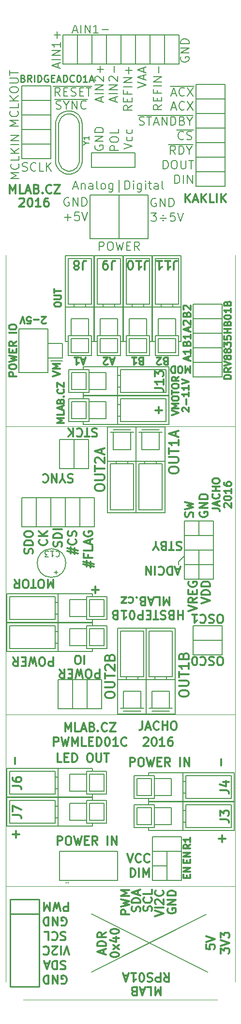
<source format=gbr>
G75*
G71*
%MOMM*%
%OFA0B0*%
%FSLAX53Y53*%
%IPPOS*%
%LPD*%
%ADD16C,0.30000*%
%ADD27C,0.30480*%
%ADD30C,0.20000*%
%ADD33C,6.40000*%
%ADD34R,1.92400X1.92400*%
%ADD37C,0.10000*%
%ADD38C,0.05000*%
%ADD42C,0.15000*%
%ADD48C,0.25400*%
%ADD55C,0.25000*%
%ADD65C,1.90114*%
%ADD80C,0.01000*%
X0000000Y0000000D02*
G01*
D37*
D16*
X0017074Y0008015D02*
X0017074Y0008729D01*
X0017503Y0007872D02*
X0016003Y0008372D01*
X0017503Y0008872D01*
X0017503Y0009372D02*
X0016003Y0009372D01*
X0016003Y0009729D01*
X0016074Y0009943D01*
X0016217Y0010086D01*
X0016360Y0010158D01*
X0016645Y0010229D01*
X0016860Y0010229D01*
X0017145Y0010158D01*
X0017288Y0010086D01*
X0017431Y0009943D01*
X0017503Y0009729D01*
X0017503Y0009372D01*
X0017503Y0011729D02*
X0016788Y0011229D01*
X0017503Y0010872D02*
X0016003Y0010872D01*
X0016003Y0011443D01*
X0016074Y0011586D01*
X0016145Y0011658D01*
X0016288Y0011729D01*
X0016503Y0011729D01*
X0016645Y0011658D01*
X0016717Y0011586D01*
X0016788Y0011443D01*
X0016788Y0010872D01*
X0018289Y0007765D02*
X0018289Y0007908D01*
X0018360Y0008051D01*
X0018431Y0008122D01*
X0018574Y0008193D01*
X0018860Y0008265D01*
X0019217Y0008265D01*
X0019503Y0008193D01*
X0019646Y0008122D01*
X0019717Y0008051D01*
X0019789Y0007908D01*
X0019789Y0007765D01*
X0019717Y0007622D01*
X0019646Y0007551D01*
X0019503Y0007479D01*
X0019217Y0007408D01*
X0018860Y0007408D01*
X0018574Y0007479D01*
X0018431Y0007551D01*
X0018360Y0007622D01*
X0018289Y0007765D01*
X0019789Y0008765D02*
X0018789Y0009551D01*
X0018789Y0008765D02*
X0019789Y0009551D01*
X0018789Y0010765D02*
X0019789Y0010765D01*
X0018217Y0010408D02*
X0019289Y0010051D01*
X0019289Y0010979D01*
X0018289Y0011836D02*
X0018289Y0011979D01*
X0018360Y0012122D01*
X0018431Y0012193D01*
X0018574Y0012265D01*
X0018860Y0012336D01*
X0019217Y0012336D01*
X0019503Y0012265D01*
X0019646Y0012193D01*
X0019717Y0012122D01*
X0019789Y0011979D01*
X0019789Y0011836D01*
X0019717Y0011693D01*
X0019646Y0011622D01*
X0019503Y0011551D01*
X0019217Y0011479D01*
X0018860Y0011479D01*
X0018574Y0011551D01*
X0018431Y0011622D01*
X0018360Y0011693D01*
X0018289Y0011836D01*
X0035053Y0009586D02*
X0035053Y0008872D01*
X0035767Y0008801D01*
X0035695Y0008872D01*
X0035624Y0009015D01*
X0035624Y0009372D01*
X0035695Y0009515D01*
X0035767Y0009586D01*
X0035910Y0009658D01*
X0036267Y0009658D01*
X0036410Y0009586D01*
X0036481Y0009515D01*
X0036553Y0009372D01*
X0036553Y0009015D01*
X0036481Y0008872D01*
X0036410Y0008801D01*
X0035053Y0010086D02*
X0036553Y0010586D01*
X0035053Y0011086D01*
X0037593Y0008054D02*
X0037593Y0008983D01*
X0038164Y0008483D01*
X0038164Y0008697D01*
X0038235Y0008840D01*
X0038307Y0008911D01*
X0038450Y0008983D01*
X0038807Y0008983D01*
X0038950Y0008911D01*
X0039021Y0008840D01*
X0039093Y0008697D01*
X0039093Y0008269D01*
X0039021Y0008126D01*
X0038950Y0008054D01*
X0037593Y0009411D02*
X0039093Y0009911D01*
X0037593Y0010411D01*
X0037593Y0010769D02*
X0037593Y0011697D01*
X0038164Y0011197D01*
X0038164Y0011411D01*
X0038235Y0011554D01*
X0038307Y0011626D01*
X0038450Y0011697D01*
X0038807Y0011697D01*
X0038950Y0011626D01*
X0039021Y0011554D01*
X0039093Y0011411D01*
X0039093Y0010983D01*
X0039021Y0010840D01*
X0038950Y0010769D01*
X0009777Y0012964D02*
X0009920Y0012893D01*
X0010134Y0012893D01*
X0010348Y0012964D01*
X0010491Y0013107D01*
X0010563Y0013250D01*
X0010634Y0013535D01*
X0010634Y0013750D01*
X0010563Y0014035D01*
X0010491Y0014178D01*
X0010348Y0014321D01*
X0010134Y0014393D01*
X0009991Y0014393D01*
X0009777Y0014321D01*
X0009705Y0014250D01*
X0009705Y0013750D01*
X0009991Y0013750D01*
X0009063Y0014393D02*
X0009063Y0012893D01*
X0008205Y0014393D01*
X0008205Y0012893D01*
X0007491Y0014393D02*
X0007491Y0012893D01*
X0007134Y0012893D01*
X0006920Y0012964D01*
X0006777Y0013107D01*
X0006705Y0013250D01*
X0006634Y0013535D01*
X0006634Y0013750D01*
X0006705Y0014035D01*
X0006777Y0014178D01*
X0006920Y0014321D01*
X0007134Y0014393D01*
X0007491Y0014393D01*
X0009777Y0002804D02*
X0009920Y0002733D01*
X0010134Y0002733D01*
X0010348Y0002804D01*
X0010491Y0002947D01*
X0010563Y0003090D01*
X0010634Y0003375D01*
X0010634Y0003590D01*
X0010563Y0003875D01*
X0010491Y0004018D01*
X0010348Y0004161D01*
X0010134Y0004233D01*
X0009991Y0004233D01*
X0009777Y0004161D01*
X0009705Y0004090D01*
X0009705Y0003590D01*
X0009991Y0003590D01*
X0009063Y0004233D02*
X0009063Y0002733D01*
X0008205Y0004233D01*
X0008205Y0002733D01*
X0007491Y0004233D02*
X0007491Y0002733D01*
X0007134Y0002733D01*
X0006920Y0002804D01*
X0006777Y0002947D01*
X0006705Y0003090D01*
X0006634Y0003375D01*
X0006634Y0003590D01*
X0006705Y0003875D01*
X0006777Y0004018D01*
X0006920Y0004161D01*
X0007134Y0004233D01*
X0007491Y0004233D01*
X0027707Y0004614D02*
X0028207Y0003899D01*
X0028565Y0004614D02*
X0028565Y0003114D01*
X0027993Y0003114D01*
X0027850Y0003185D01*
X0027779Y0003256D01*
X0027707Y0003399D01*
X0027707Y0003614D01*
X0027779Y0003756D01*
X0027850Y0003828D01*
X0027993Y0003899D01*
X0028565Y0003899D01*
X0027065Y0004614D02*
X0027065Y0003114D01*
X0026493Y0003114D01*
X0026350Y0003185D01*
X0026279Y0003256D01*
X0026207Y0003399D01*
X0026207Y0003614D01*
X0026279Y0003756D01*
X0026350Y0003828D01*
X0026493Y0003899D01*
X0027065Y0003899D01*
X0025636Y0004542D02*
X0025422Y0004614D01*
X0025065Y0004614D01*
X0024922Y0004542D01*
X0024850Y0004471D01*
X0024779Y0004328D01*
X0024779Y0004185D01*
X0024850Y0004042D01*
X0024922Y0003971D01*
X0025065Y0003899D01*
X0025350Y0003828D01*
X0025493Y0003756D01*
X0025565Y0003685D01*
X0025636Y0003542D01*
X0025636Y0003399D01*
X0025565Y0003256D01*
X0025493Y0003185D01*
X0025350Y0003114D01*
X0024993Y0003114D01*
X0024779Y0003185D01*
X0023850Y0003114D02*
X0023707Y0003114D01*
X0023565Y0003185D01*
X0023493Y0003256D01*
X0023422Y0003399D01*
X0023350Y0003685D01*
X0023350Y0004042D01*
X0023422Y0004328D01*
X0023493Y0004471D01*
X0023565Y0004542D01*
X0023707Y0004614D01*
X0023850Y0004614D01*
X0023993Y0004542D01*
X0024065Y0004471D01*
X0024136Y0004328D01*
X0024207Y0004042D01*
X0024207Y0003685D01*
X0024136Y0003399D01*
X0024065Y0003256D01*
X0023993Y0003185D01*
X0023850Y0003114D01*
X0021922Y0004614D02*
X0022779Y0004614D01*
X0022350Y0004614D02*
X0022350Y0003114D01*
X0022493Y0003328D01*
X0022636Y0003471D01*
X0022779Y0003542D01*
X0021350Y0004185D02*
X0020636Y0004185D01*
X0021493Y0004614D02*
X0020993Y0003114D01*
X0020493Y0004614D01*
X0027136Y0002201D02*
X0027136Y0000701D01*
X0026636Y0001772D01*
X0026136Y0000701D01*
X0026136Y0002201D01*
X0024707Y0002201D02*
X0025422Y0002201D01*
X0025422Y0000701D01*
X0024279Y0001772D02*
X0023565Y0001772D01*
X0024422Y0002201D02*
X0023922Y0000701D01*
X0023422Y0002201D01*
X0022422Y0001415D02*
X0022207Y0001486D01*
X0022136Y0001558D01*
X0022065Y0001701D01*
X0022065Y0001915D01*
X0022136Y0002058D01*
X0022207Y0002129D01*
X0022350Y0002201D01*
X0022922Y0002201D01*
X0022922Y0000701D01*
X0022422Y0000701D01*
X0022279Y0000772D01*
X0022207Y0000843D01*
X0022136Y0000986D01*
X0022136Y0001129D01*
X0022207Y0001272D01*
X0022279Y0001343D01*
X0022422Y0001415D01*
X0022922Y0001415D01*
X0010919Y0016933D02*
X0010919Y0015433D01*
X0010348Y0015433D01*
X0010205Y0015504D01*
X0010134Y0015575D01*
X0010062Y0015718D01*
X0010062Y0015933D01*
X0010134Y0016075D01*
X0010205Y0016147D01*
X0010348Y0016218D01*
X0010919Y0016218D01*
X0009562Y0015433D02*
X0009205Y0016933D01*
X0008919Y0015861D01*
X0008634Y0016933D01*
X0008277Y0015433D01*
X0007705Y0016933D02*
X0007705Y0015433D01*
X0007205Y0016504D01*
X0006705Y0015433D01*
X0006705Y0016933D01*
X0010455Y0006701D02*
X0010241Y0006773D01*
X0009884Y0006773D01*
X0009741Y0006701D01*
X0009670Y0006630D01*
X0009598Y0006487D01*
X0009598Y0006344D01*
X0009670Y0006201D01*
X0009741Y0006130D01*
X0009884Y0006058D01*
X0010170Y0005987D01*
X0010313Y0005915D01*
X0010384Y0005844D01*
X0010455Y0005701D01*
X0010455Y0005558D01*
X0010384Y0005415D01*
X0010313Y0005344D01*
X0010170Y0005273D01*
X0009813Y0005273D01*
X0009598Y0005344D01*
X0008955Y0006773D02*
X0008955Y0005273D01*
X0008598Y0005273D01*
X0008384Y0005344D01*
X0008241Y0005487D01*
X0008170Y0005630D01*
X0008098Y0005915D01*
X0008098Y0006130D01*
X0008170Y0006415D01*
X0008241Y0006558D01*
X0008384Y0006701D01*
X0008598Y0006773D01*
X0008955Y0006773D01*
X0007527Y0006344D02*
X0006813Y0006344D01*
X0007670Y0006773D02*
X0007170Y0005273D01*
X0006670Y0006773D01*
X0010459Y0011781D02*
X0010245Y0011853D01*
X0009888Y0011853D01*
X0009745Y0011781D01*
X0009673Y0011710D01*
X0009602Y0011567D01*
X0009602Y0011424D01*
X0009673Y0011281D01*
X0009745Y0011210D01*
X0009888Y0011138D01*
X0010173Y0011067D01*
X0010316Y0010995D01*
X0010388Y0010924D01*
X0010459Y0010781D01*
X0010459Y0010638D01*
X0010388Y0010495D01*
X0010316Y0010424D01*
X0010173Y0010353D01*
X0009816Y0010353D01*
X0009602Y0010424D01*
X0008102Y0011710D02*
X0008173Y0011781D01*
X0008388Y0011853D01*
X0008531Y0011853D01*
X0008745Y0011781D01*
X0008888Y0011638D01*
X0008959Y0011495D01*
X0009031Y0011210D01*
X0009031Y0010995D01*
X0008959Y0010710D01*
X0008888Y0010567D01*
X0008745Y0010424D01*
X0008531Y0010353D01*
X0008388Y0010353D01*
X0008173Y0010424D01*
X0008102Y0010495D01*
X0006745Y0011853D02*
X0007459Y0011853D01*
X0007459Y0010353D01*
X0011134Y0007813D02*
X0010634Y0009313D01*
X0010134Y0007813D01*
X0009634Y0009313D02*
X0009634Y0007813D01*
X0008991Y0007955D02*
X0008919Y0007884D01*
X0008777Y0007813D01*
X0008419Y0007813D01*
X0008277Y0007884D01*
X0008205Y0007955D01*
X0008134Y0008098D01*
X0008134Y0008241D01*
X0008205Y0008455D01*
X0009062Y0009313D01*
X0008134Y0009313D01*
X0006634Y0009170D02*
X0006705Y0009241D01*
X0006919Y0009313D01*
X0007062Y0009313D01*
X0007277Y0009241D01*
X0007419Y0009098D01*
X0007491Y0008955D01*
X0007562Y0008670D01*
X0007562Y0008455D01*
X0007491Y0008170D01*
X0007419Y0008027D01*
X0007277Y0007884D01*
X0007062Y0007813D01*
X0006919Y0007813D01*
X0006705Y0007884D01*
X0006634Y0007955D01*
X0028331Y0015873D02*
X0028260Y0015731D01*
X0028260Y0015516D01*
X0028331Y0015302D01*
X0028474Y0015159D01*
X0028617Y0015088D01*
X0028902Y0015016D01*
X0029117Y0015016D01*
X0029402Y0015088D01*
X0029545Y0015159D01*
X0029688Y0015302D01*
X0029760Y0015516D01*
X0029760Y0015659D01*
X0029688Y0015873D01*
X0029617Y0015945D01*
X0029117Y0015945D01*
X0029117Y0015659D01*
X0029760Y0016588D02*
X0028260Y0016588D01*
X0029760Y0017445D01*
X0028260Y0017445D01*
X0029760Y0018159D02*
X0028260Y0018159D01*
X0028260Y0018516D01*
X0028331Y0018731D01*
X0028474Y0018873D01*
X0028617Y0018945D01*
X0028902Y0019016D01*
X0029117Y0019016D01*
X0029402Y0018945D01*
X0029545Y0018873D01*
X0029688Y0018731D01*
X0029760Y0018516D01*
X0029760Y0018159D01*
X0026101Y0014516D02*
X0027601Y0015016D01*
X0026101Y0015516D01*
X0027601Y0016016D02*
X0026101Y0016016D01*
X0026243Y0016659D02*
X0026172Y0016731D01*
X0026101Y0016873D01*
X0026101Y0017231D01*
X0026172Y0017373D01*
X0026243Y0017445D01*
X0026386Y0017516D01*
X0026529Y0017516D01*
X0026743Y0017445D01*
X0027601Y0016588D01*
X0027601Y0017516D01*
X0027458Y0019016D02*
X0027529Y0018945D01*
X0027601Y0018731D01*
X0027601Y0018588D01*
X0027529Y0018373D01*
X0027386Y0018231D01*
X0027243Y0018159D01*
X0026958Y0018088D01*
X0026743Y0018088D01*
X0026458Y0018159D01*
X0026315Y0018231D01*
X0026172Y0018373D01*
X0026101Y0018588D01*
X0026101Y0018731D01*
X0026172Y0018945D01*
X0026243Y0019016D01*
X0025497Y0015445D02*
X0025569Y0015659D01*
X0025569Y0016016D01*
X0025497Y0016159D01*
X0025426Y0016231D01*
X0025283Y0016302D01*
X0025140Y0016302D01*
X0024997Y0016231D01*
X0024926Y0016159D01*
X0024854Y0016016D01*
X0024783Y0015731D01*
X0024711Y0015588D01*
X0024640Y0015516D01*
X0024497Y0015445D01*
X0024354Y0015445D01*
X0024211Y0015516D01*
X0024140Y0015588D01*
X0024069Y0015731D01*
X0024069Y0016088D01*
X0024140Y0016302D01*
X0025426Y0017802D02*
X0025497Y0017731D01*
X0025569Y0017516D01*
X0025569Y0017373D01*
X0025497Y0017159D01*
X0025354Y0017016D01*
X0025211Y0016945D01*
X0024926Y0016873D01*
X0024711Y0016873D01*
X0024426Y0016945D01*
X0024283Y0017016D01*
X0024140Y0017159D01*
X0024069Y0017373D01*
X0024069Y0017516D01*
X0024140Y0017731D01*
X0024211Y0017802D01*
X0025569Y0019159D02*
X0025569Y0018445D01*
X0024069Y0018445D01*
X0023465Y0015373D02*
X0023537Y0015588D01*
X0023537Y0015945D01*
X0023465Y0016088D01*
X0023394Y0016159D01*
X0023251Y0016231D01*
X0023108Y0016231D01*
X0022965Y0016159D01*
X0022894Y0016088D01*
X0022822Y0015945D01*
X0022751Y0015659D01*
X0022679Y0015516D01*
X0022608Y0015445D01*
X0022465Y0015373D01*
X0022322Y0015373D01*
X0022179Y0015445D01*
X0022108Y0015516D01*
X0022037Y0015659D01*
X0022037Y0016016D01*
X0022108Y0016231D01*
X0023537Y0016873D02*
X0022037Y0016873D01*
X0022037Y0017231D01*
X0022108Y0017445D01*
X0022251Y0017588D01*
X0022394Y0017659D01*
X0022679Y0017731D01*
X0022894Y0017731D01*
X0023179Y0017659D01*
X0023322Y0017588D01*
X0023465Y0017445D01*
X0023537Y0017231D01*
X0023537Y0016873D01*
X0023108Y0018302D02*
X0023108Y0019016D01*
X0023537Y0018159D02*
X0022037Y0018659D01*
X0023537Y0019159D01*
X0021632Y0014858D02*
X0020132Y0014858D01*
X0020132Y0015429D01*
X0020203Y0015572D01*
X0020274Y0015643D01*
X0020417Y0015715D01*
X0020632Y0015715D01*
X0020774Y0015643D01*
X0020846Y0015572D01*
X0020917Y0015429D01*
X0020917Y0014858D01*
X0020132Y0016215D02*
X0021632Y0016572D01*
X0020560Y0016858D01*
X0021632Y0017143D01*
X0020132Y0017500D01*
X0021632Y0018072D02*
X0020132Y0018072D01*
X0021203Y0018572D01*
X0020132Y0019072D01*
X0021632Y0019072D01*
D30*
X0035304Y0004824D02*
X0014984Y0014984D01*
X0035050Y0014857D02*
X0014984Y0004824D01*
D48*
X0005840Y0012444D02*
X0005840Y0011174D01*
X0005840Y0014984D02*
X0005840Y0012444D01*
X0000760Y0002284D02*
X0005840Y0002284D01*
X0005840Y0004824D02*
X0005840Y0002284D01*
X0000760Y0004824D02*
X0000760Y0002284D01*
X0000760Y0004824D02*
X0000760Y0002284D01*
X0005840Y0004824D02*
X0005840Y0002284D01*
X0000760Y0002284D02*
X0005840Y0002284D01*
X0005840Y0006094D02*
X0005840Y0003554D01*
X0000760Y0009904D02*
X0000760Y0007364D01*
X0000760Y0009904D02*
X0000760Y0007364D01*
X0005840Y0006094D02*
X0005840Y0003554D01*
X0005840Y0006094D02*
X0005840Y0003554D01*
X0000760Y0007364D02*
X0000760Y0004824D01*
X0000760Y0007364D02*
X0000760Y0004824D01*
X0005840Y0006094D02*
X0005840Y0003554D01*
X0000760Y0014984D02*
X0000760Y0007364D01*
X0005840Y0003554D02*
X0005840Y0008634D01*
X0000760Y0014984D02*
X0003300Y0014984D01*
X0005840Y0014984D02*
X0003300Y0014984D01*
X0005840Y0008634D02*
X0005840Y0011174D01*
X0000760Y0014984D02*
X0000760Y0017524D01*
X0000760Y0017524D02*
X0005840Y0017524D01*
X0005840Y0017524D02*
X0005840Y0014984D01*
X0005840Y0014984D02*
X0000760Y0014984D01*
D80*
X0000000Y0000000D02*
G01*
D80*
X0040128Y0000000D02*
X0000000Y0000000D01*
X0000000Y0000000D02*
X0000000Y0019808D01*
X0000000Y0019808D02*
X0040128Y0019808D01*
X0040128Y0000000D02*
X0040128Y0019808D01*
X0000000Y0019810D02*
G01*
D16*
X0031662Y0023875D02*
X0031662Y0024275D01*
X0032291Y0024447D02*
X0032291Y0023875D01*
X0031091Y0023875D01*
X0031091Y0024447D01*
X0032291Y0024961D02*
X0031091Y0024961D01*
X0032291Y0025647D01*
X0031091Y0025647D01*
X0032291Y0027073D02*
X0031719Y0026673D01*
X0032291Y0026387D02*
X0031091Y0026387D01*
X0031091Y0026844D01*
X0031148Y0026958D01*
X0031205Y0027015D01*
X0031319Y0027073D01*
X0031491Y0027073D01*
X0031605Y0027015D01*
X0031662Y0026958D01*
X0031719Y0026844D01*
X0031719Y0026387D01*
X0032291Y0028215D02*
X0032291Y0027530D01*
X0032291Y0027873D02*
X0031091Y0027873D01*
X0031262Y0027758D01*
X0031377Y0027644D01*
X0031434Y0027530D01*
X0021255Y0025455D02*
X0021755Y0023955D01*
X0022255Y0025455D01*
X0023612Y0024098D02*
X0023541Y0024027D01*
X0023327Y0023955D01*
X0023184Y0023955D01*
X0022969Y0024027D01*
X0022827Y0024170D01*
X0022755Y0024313D01*
X0022684Y0024598D01*
X0022684Y0024813D01*
X0022755Y0025098D01*
X0022827Y0025241D01*
X0022969Y0025384D01*
X0023184Y0025455D01*
X0023327Y0025455D01*
X0023541Y0025384D01*
X0023612Y0025313D01*
X0025112Y0024098D02*
X0025041Y0024027D01*
X0024827Y0023955D01*
X0024684Y0023955D01*
X0024469Y0024027D01*
X0024327Y0024170D01*
X0024255Y0024313D01*
X0024184Y0024598D01*
X0024184Y0024813D01*
X0024255Y0025098D01*
X0024327Y0025241D01*
X0024469Y0025384D01*
X0024684Y0025455D01*
X0024827Y0025455D01*
X0025041Y0025384D01*
X0025112Y0025313D01*
X0009781Y0041481D02*
X0009067Y0041481D01*
X0009067Y0042981D01*
X0010281Y0042267D02*
X0010781Y0042267D01*
X0010996Y0041481D02*
X0010281Y0041481D01*
X0010281Y0042981D01*
X0010996Y0042981D01*
X0011639Y0041481D02*
X0011639Y0042981D01*
X0011996Y0042981D01*
X0012210Y0042910D01*
X0012353Y0042767D01*
X0012424Y0042624D01*
X0012496Y0042339D01*
X0012496Y0042124D01*
X0012424Y0041839D01*
X0012353Y0041696D01*
X0012210Y0041553D01*
X0011996Y0041481D01*
X0011639Y0041481D01*
X0014567Y0042981D02*
X0014853Y0042981D01*
X0014996Y0042910D01*
X0015139Y0042767D01*
X0015210Y0042481D01*
X0015210Y0041981D01*
X0015139Y0041696D01*
X0014996Y0041553D01*
X0014853Y0041481D01*
X0014567Y0041481D01*
X0014424Y0041553D01*
X0014281Y0041696D01*
X0014210Y0041981D01*
X0014210Y0042481D01*
X0014281Y0042767D01*
X0014424Y0042910D01*
X0014567Y0042981D01*
X0015853Y0042981D02*
X0015853Y0041767D01*
X0015924Y0041624D01*
X0015996Y0041553D01*
X0016139Y0041481D01*
X0016424Y0041481D01*
X0016567Y0041553D01*
X0016639Y0041624D01*
X0016710Y0041767D01*
X0016710Y0042981D01*
X0017210Y0042981D02*
X0018067Y0042981D01*
X0017639Y0041481D02*
X0017639Y0042981D01*
X0024097Y0045633D02*
X0024168Y0045704D01*
X0024311Y0045775D01*
X0024668Y0045775D01*
X0024811Y0045704D01*
X0024882Y0045633D01*
X0024954Y0045490D01*
X0024954Y0045347D01*
X0024882Y0045133D01*
X0024025Y0044275D01*
X0024954Y0044275D01*
X0025882Y0045775D02*
X0026025Y0045775D01*
X0026168Y0045704D01*
X0026239Y0045633D01*
X0026311Y0045490D01*
X0026382Y0045204D01*
X0026382Y0044847D01*
X0026311Y0044561D01*
X0026239Y0044418D01*
X0026168Y0044347D01*
X0026025Y0044275D01*
X0025882Y0044275D01*
X0025739Y0044347D01*
X0025668Y0044418D01*
X0025597Y0044561D01*
X0025525Y0044847D01*
X0025525Y0045204D01*
X0025597Y0045490D01*
X0025668Y0045633D01*
X0025739Y0045704D01*
X0025882Y0045775D01*
X0027811Y0044275D02*
X0026954Y0044275D01*
X0027382Y0044275D02*
X0027382Y0045775D01*
X0027239Y0045561D01*
X0027097Y0045418D01*
X0026954Y0045347D01*
X0029097Y0045775D02*
X0028811Y0045775D01*
X0028668Y0045704D01*
X0028597Y0045633D01*
X0028454Y0045418D01*
X0028382Y0045133D01*
X0028382Y0044561D01*
X0028454Y0044418D01*
X0028525Y0044347D01*
X0028668Y0044275D01*
X0028954Y0044275D01*
X0029097Y0044347D01*
X0029168Y0044418D01*
X0029239Y0044561D01*
X0029239Y0044918D01*
X0029168Y0045061D01*
X0029097Y0045133D01*
X0028954Y0045204D01*
X0028668Y0045204D01*
X0028525Y0045133D01*
X0028454Y0045061D01*
X0028382Y0044918D01*
X0023918Y0048569D02*
X0023918Y0047498D01*
X0023847Y0047284D01*
X0023704Y0047141D01*
X0023489Y0047069D01*
X0023347Y0047069D01*
X0024561Y0047498D02*
X0025275Y0047498D01*
X0024418Y0047069D02*
X0024918Y0048569D01*
X0025418Y0047069D01*
X0026775Y0047212D02*
X0026704Y0047141D01*
X0026489Y0047069D01*
X0026347Y0047069D01*
X0026132Y0047141D01*
X0025989Y0047284D01*
X0025918Y0047427D01*
X0025847Y0047712D01*
X0025847Y0047927D01*
X0025918Y0048212D01*
X0025989Y0048355D01*
X0026132Y0048498D01*
X0026347Y0048569D01*
X0026489Y0048569D01*
X0026704Y0048498D01*
X0026775Y0048427D01*
X0027418Y0047069D02*
X0027418Y0048569D01*
X0027418Y0047855D02*
X0028275Y0047855D01*
X0028275Y0047069D02*
X0028275Y0048569D01*
X0029275Y0048569D02*
X0029561Y0048569D01*
X0029704Y0048498D01*
X0029847Y0048355D01*
X0029918Y0048069D01*
X0029918Y0047569D01*
X0029847Y0047284D01*
X0029704Y0047141D01*
X0029561Y0047069D01*
X0029275Y0047069D01*
X0029132Y0047141D01*
X0028989Y0047284D01*
X0028918Y0047569D01*
X0028918Y0048069D01*
X0028989Y0048355D01*
X0029132Y0048498D01*
X0029275Y0048569D01*
X0010409Y0046815D02*
X0010409Y0048315D01*
X0010909Y0047244D01*
X0011409Y0048315D01*
X0011409Y0046815D01*
X0012837Y0046815D02*
X0012123Y0046815D01*
X0012123Y0048315D01*
X0013266Y0047244D02*
X0013980Y0047244D01*
X0013123Y0046815D02*
X0013623Y0048315D01*
X0014123Y0046815D01*
X0015123Y0047601D02*
X0015337Y0047530D01*
X0015409Y0047458D01*
X0015480Y0047315D01*
X0015480Y0047101D01*
X0015409Y0046958D01*
X0015337Y0046887D01*
X0015194Y0046815D01*
X0014623Y0046815D01*
X0014623Y0048315D01*
X0015123Y0048315D01*
X0015266Y0048244D01*
X0015337Y0048173D01*
X0015409Y0048030D01*
X0015409Y0047887D01*
X0015337Y0047744D01*
X0015266Y0047673D01*
X0015123Y0047601D01*
X0014623Y0047601D01*
X0016123Y0046958D02*
X0016194Y0046887D01*
X0016123Y0046815D01*
X0016051Y0046887D01*
X0016123Y0046958D01*
X0016123Y0046815D01*
X0017694Y0046958D02*
X0017623Y0046887D01*
X0017409Y0046815D01*
X0017266Y0046815D01*
X0017051Y0046887D01*
X0016909Y0047030D01*
X0016837Y0047173D01*
X0016766Y0047458D01*
X0016766Y0047673D01*
X0016837Y0047958D01*
X0016909Y0048101D01*
X0017051Y0048244D01*
X0017266Y0048315D01*
X0017409Y0048315D01*
X0017623Y0048244D01*
X0017694Y0048173D01*
X0018194Y0048315D02*
X0019194Y0048315D01*
X0018194Y0046815D01*
X0019194Y0046815D01*
X0008409Y0044275D02*
X0008409Y0045775D01*
X0008980Y0045775D01*
X0009123Y0045704D01*
X0009194Y0045633D01*
X0009266Y0045490D01*
X0009266Y0045275D01*
X0009194Y0045133D01*
X0009123Y0045061D01*
X0008980Y0044990D01*
X0008409Y0044990D01*
X0009766Y0045775D02*
X0010123Y0044275D01*
X0010409Y0045347D01*
X0010694Y0044275D01*
X0011051Y0045775D01*
X0011623Y0044275D02*
X0011623Y0045775D01*
X0012123Y0044704D01*
X0012623Y0045775D01*
X0012623Y0044275D01*
X0014051Y0044275D02*
X0013337Y0044275D01*
X0013337Y0045775D01*
X0014551Y0045061D02*
X0015051Y0045061D01*
X0015266Y0044275D02*
X0014551Y0044275D01*
X0014551Y0045775D01*
X0015266Y0045775D01*
X0015909Y0044275D02*
X0015909Y0045775D01*
X0016266Y0045775D01*
X0016480Y0045704D01*
X0016623Y0045561D01*
X0016694Y0045418D01*
X0016766Y0045133D01*
X0016766Y0044918D01*
X0016694Y0044633D01*
X0016623Y0044490D01*
X0016480Y0044347D01*
X0016266Y0044275D01*
X0015909Y0044275D01*
X0017694Y0045775D02*
X0017837Y0045775D01*
X0017980Y0045704D01*
X0018051Y0045633D01*
X0018123Y0045490D01*
X0018194Y0045204D01*
X0018194Y0044847D01*
X0018123Y0044561D01*
X0018051Y0044418D01*
X0017980Y0044347D01*
X0017837Y0044275D01*
X0017694Y0044275D01*
X0017551Y0044347D01*
X0017480Y0044418D01*
X0017409Y0044561D01*
X0017337Y0044847D01*
X0017337Y0045204D01*
X0017409Y0045490D01*
X0017480Y0045633D01*
X0017551Y0045704D01*
X0017694Y0045775D01*
X0019623Y0044275D02*
X0018766Y0044275D01*
X0019194Y0044275D02*
X0019194Y0045775D01*
X0019051Y0045561D01*
X0018909Y0045418D01*
X0018766Y0045347D01*
X0021123Y0044418D02*
X0021051Y0044347D01*
X0020837Y0044275D01*
X0020694Y0044275D01*
X0020480Y0044347D01*
X0020337Y0044490D01*
X0020266Y0044633D01*
X0020194Y0044918D01*
X0020194Y0045133D01*
X0020266Y0045418D01*
X0020337Y0045561D01*
X0020480Y0045704D01*
X0020694Y0045775D01*
X0020837Y0045775D01*
X0021051Y0045704D01*
X0021123Y0045633D01*
X0001629Y0041081D02*
X0001629Y0042223D01*
X0001205Y0028845D02*
X0002347Y0028845D01*
X0001776Y0028273D02*
X0001776Y0029416D01*
X0037697Y0040827D02*
X0037697Y0041969D01*
X0037273Y0028083D02*
X0038415Y0028083D01*
X0037844Y0027511D02*
X0037844Y0028654D01*
X0021743Y0040719D02*
X0021743Y0042219D01*
X0022315Y0042219D01*
X0022458Y0042148D01*
X0022529Y0042077D01*
X0022601Y0041934D01*
X0022601Y0041719D01*
X0022529Y0041577D01*
X0022458Y0041505D01*
X0022315Y0041434D01*
X0021743Y0041434D01*
X0023529Y0042219D02*
X0023815Y0042219D01*
X0023958Y0042148D01*
X0024101Y0042005D01*
X0024172Y0041719D01*
X0024172Y0041219D01*
X0024101Y0040934D01*
X0023958Y0040791D01*
X0023815Y0040719D01*
X0023529Y0040719D01*
X0023386Y0040791D01*
X0023243Y0040934D01*
X0023172Y0041219D01*
X0023172Y0041719D01*
X0023243Y0042005D01*
X0023386Y0042148D01*
X0023529Y0042219D01*
X0024672Y0042219D02*
X0025029Y0040719D01*
X0025315Y0041791D01*
X0025601Y0040719D01*
X0025958Y0042219D01*
X0026529Y0041505D02*
X0027029Y0041505D01*
X0027243Y0040719D02*
X0026529Y0040719D01*
X0026529Y0042219D01*
X0027243Y0042219D01*
X0028743Y0040719D02*
X0028243Y0041434D01*
X0027886Y0040719D02*
X0027886Y0042219D01*
X0028458Y0042219D01*
X0028601Y0042148D01*
X0028672Y0042077D01*
X0028743Y0041934D01*
X0028743Y0041719D01*
X0028672Y0041577D01*
X0028601Y0041505D01*
X0028458Y0041434D01*
X0027886Y0041434D01*
X0030529Y0040719D02*
X0030529Y0042219D01*
X0031243Y0040719D02*
X0031243Y0042219D01*
X0032101Y0040719D01*
X0032101Y0042219D01*
X0009043Y0027003D02*
X0009043Y0028503D01*
X0009615Y0028503D01*
X0009758Y0028432D01*
X0009829Y0028361D01*
X0009901Y0028218D01*
X0009901Y0028003D01*
X0009829Y0027861D01*
X0009758Y0027789D01*
X0009615Y0027718D01*
X0009043Y0027718D01*
X0010829Y0028503D02*
X0011115Y0028503D01*
X0011258Y0028432D01*
X0011401Y0028289D01*
X0011472Y0028003D01*
X0011472Y0027503D01*
X0011401Y0027218D01*
X0011258Y0027075D01*
X0011115Y0027003D01*
X0010829Y0027003D01*
X0010686Y0027075D01*
X0010543Y0027218D01*
X0010472Y0027503D01*
X0010472Y0028003D01*
X0010543Y0028289D01*
X0010686Y0028432D01*
X0010829Y0028503D01*
X0011972Y0028503D02*
X0012329Y0027003D01*
X0012615Y0028075D01*
X0012901Y0027003D01*
X0013258Y0028503D01*
X0013829Y0027789D02*
X0014329Y0027789D01*
X0014543Y0027003D02*
X0013829Y0027003D01*
X0013829Y0028503D01*
X0014543Y0028503D01*
X0016043Y0027003D02*
X0015543Y0027718D01*
X0015186Y0027003D02*
X0015186Y0028503D01*
X0015758Y0028503D01*
X0015901Y0028432D01*
X0015972Y0028361D01*
X0016043Y0028218D01*
X0016043Y0028003D01*
X0015972Y0027861D01*
X0015901Y0027789D01*
X0015758Y0027718D01*
X0015186Y0027718D01*
X0017829Y0027003D02*
X0017829Y0028503D01*
X0018543Y0027003D02*
X0018543Y0028503D01*
X0019401Y0027003D01*
X0019401Y0028503D01*
X0021827Y0021415D02*
X0021827Y0022915D01*
X0022184Y0022915D01*
X0022398Y0022844D01*
X0022541Y0022701D01*
X0022612Y0022558D01*
X0022684Y0022273D01*
X0022684Y0022058D01*
X0022612Y0021773D01*
X0022541Y0021630D01*
X0022398Y0021487D01*
X0022184Y0021415D01*
X0021827Y0021415D01*
X0023327Y0021415D02*
X0023327Y0022915D01*
X0024041Y0021415D02*
X0024041Y0022915D01*
X0024541Y0021844D01*
X0025041Y0022915D01*
X0025041Y0021415D01*
X0031662Y0021208D02*
X0031662Y0021608D01*
X0032291Y0021780D02*
X0032291Y0021208D01*
X0031091Y0021208D01*
X0031091Y0021780D01*
X0032291Y0022294D02*
X0031091Y0022294D01*
X0032291Y0022980D01*
X0031091Y0022980D01*
D42*
X0030732Y0020824D02*
X0028192Y0020824D01*
X0028192Y0020824D02*
X0028192Y0025904D01*
X0028192Y0025904D02*
X0030732Y0025904D01*
X0030732Y0025904D02*
X0030732Y0020824D01*
X0030732Y0028444D02*
X0030732Y0025904D01*
X0030732Y0025904D02*
X0025652Y0025904D01*
X0025652Y0025904D02*
X0025652Y0028444D01*
X0025652Y0028444D02*
X0030732Y0028444D01*
X0024970Y0034500D02*
X0024970Y0034000D01*
X0024970Y0030000D02*
X0024970Y0029500D01*
X0030970Y0034500D02*
X0030970Y0029500D01*
X0039970Y0034500D02*
X0039970Y0029500D01*
X0022970Y0033501D02*
X0022970Y0030499D01*
X0025470Y0033501D02*
X0025470Y0030499D01*
X0022470Y0030000D02*
X0022470Y0034000D01*
X0025970Y0030000D02*
X0025970Y0034000D01*
X0028970Y0033500D02*
X0028970Y0030500D01*
X0031470Y0030000D02*
X0031470Y0034000D01*
X0039470Y0034000D02*
X0039470Y0030000D01*
X0031470Y0033000D02*
X0030970Y0033000D01*
X0025470Y0033500D02*
X0022970Y0033500D01*
X0025970Y0034000D02*
X0022470Y0034000D01*
X0031470Y0031000D02*
X0030970Y0031000D01*
X0025470Y0030500D02*
X0022970Y0030500D01*
X0025970Y0030000D02*
X0022469Y0030000D01*
X0028970Y0033500D02*
X0025970Y0033500D01*
X0039470Y0034000D02*
X0031470Y0034000D01*
X0030970Y0034500D02*
X0024970Y0034500D01*
X0028970Y0030500D02*
X0025970Y0030500D01*
X0039470Y0030000D02*
X0031470Y0030000D01*
X0030970Y0029500D02*
X0024970Y0029500D01*
X0030970Y0034500D02*
X0039970Y0034500D01*
X0039970Y0029500D02*
X0030970Y0029500D01*
X0024970Y0039580D02*
X0024970Y0039080D01*
X0024970Y0035080D02*
X0024970Y0034580D01*
X0030970Y0039580D02*
X0030970Y0034580D01*
X0039970Y0039580D02*
X0039970Y0034580D01*
X0022970Y0038581D02*
X0022970Y0035579D01*
X0025470Y0038581D02*
X0025470Y0035579D01*
X0022470Y0035080D02*
X0022470Y0039080D01*
X0025970Y0035080D02*
X0025970Y0039080D01*
X0028970Y0038580D02*
X0028970Y0035580D01*
X0031470Y0035080D02*
X0031470Y0039080D01*
X0039470Y0039080D02*
X0039470Y0035080D01*
X0031470Y0038080D02*
X0030970Y0038080D01*
X0025470Y0038580D02*
X0022970Y0038580D01*
X0025970Y0039080D02*
X0022470Y0039080D01*
X0031470Y0036080D02*
X0030970Y0036080D01*
X0025470Y0035580D02*
X0022970Y0035580D01*
X0025970Y0035080D02*
X0022469Y0035080D01*
X0028970Y0038580D02*
X0025970Y0038580D01*
X0039470Y0039080D02*
X0031470Y0039080D01*
X0030970Y0039580D02*
X0024970Y0039580D01*
X0028970Y0035580D02*
X0025970Y0035580D01*
X0039470Y0035080D02*
X0031470Y0035080D01*
X0030970Y0034580D02*
X0024970Y0034580D01*
X0030970Y0039580D02*
X0039970Y0039580D01*
X0039970Y0034580D02*
X0030970Y0034580D01*
X0009396Y0020824D02*
X0009396Y0025904D01*
X0009396Y0025904D02*
X0019556Y0025904D01*
X0019556Y0025904D02*
X0019556Y0020824D01*
X0019556Y0020824D02*
X0009396Y0020824D01*
X0015158Y0035342D02*
X0015158Y0035842D01*
X0015158Y0039842D02*
X0015158Y0040342D01*
X0009158Y0035342D02*
X0009158Y0040342D01*
X0000158Y0035342D02*
X0000158Y0040342D01*
X0017158Y0036341D02*
X0017158Y0039343D01*
X0014658Y0036341D02*
X0014658Y0039343D01*
X0017658Y0039842D02*
X0017658Y0035842D01*
X0014158Y0039842D02*
X0014158Y0035842D01*
X0011158Y0036342D02*
X0011158Y0039342D01*
X0008658Y0039842D02*
X0008658Y0035842D01*
X0000658Y0035842D02*
X0000658Y0039842D01*
X0008658Y0036842D02*
X0009158Y0036842D01*
X0014658Y0036342D02*
X0017158Y0036342D01*
X0014158Y0035842D02*
X0017658Y0035842D01*
X0008658Y0038842D02*
X0009158Y0038842D01*
X0014658Y0039342D02*
X0017158Y0039342D01*
X0014158Y0039842D02*
X0017659Y0039842D01*
X0011158Y0036342D02*
X0014158Y0036342D01*
X0000658Y0035842D02*
X0008658Y0035842D01*
X0009158Y0035342D02*
X0015158Y0035342D01*
X0011158Y0039342D02*
X0014158Y0039342D01*
X0000658Y0039842D02*
X0008658Y0039842D01*
X0009158Y0040342D02*
X0015158Y0040342D01*
X0009158Y0035342D02*
X0000158Y0035342D01*
X0000158Y0040342D02*
X0009158Y0040342D01*
X0015158Y0030262D02*
X0015158Y0030762D01*
X0015158Y0034762D02*
X0015158Y0035262D01*
X0009158Y0030262D02*
X0009158Y0035262D01*
X0000158Y0030262D02*
X0000158Y0035262D01*
X0017158Y0031261D02*
X0017158Y0034263D01*
X0014658Y0031261D02*
X0014658Y0034263D01*
X0017658Y0034762D02*
X0017658Y0030762D01*
X0014158Y0034762D02*
X0014158Y0030762D01*
X0011158Y0031262D02*
X0011158Y0034262D01*
X0008658Y0034762D02*
X0008658Y0030762D01*
X0000658Y0030762D02*
X0000658Y0034762D01*
X0008658Y0031762D02*
X0009158Y0031762D01*
X0014658Y0031262D02*
X0017158Y0031262D01*
X0014158Y0030762D02*
X0017658Y0030762D01*
X0008658Y0033762D02*
X0009158Y0033762D01*
X0014658Y0034262D02*
X0017158Y0034262D01*
X0014158Y0034762D02*
X0017659Y0034762D01*
X0011158Y0031262D02*
X0014158Y0031262D01*
X0000658Y0030762D02*
X0008658Y0030762D01*
X0009158Y0030262D02*
X0015158Y0030262D01*
X0011158Y0034262D02*
X0014158Y0034262D01*
X0000658Y0034762D02*
X0008658Y0034762D01*
X0009158Y0035262D02*
X0015158Y0035262D01*
X0009158Y0030262D02*
X0000158Y0030262D01*
X0000158Y0035262D02*
X0009158Y0035262D01*
X0025652Y0023364D02*
X0025652Y0025904D01*
X0025652Y0025904D02*
X0028192Y0025904D01*
X0028192Y0025904D02*
X0028192Y0023364D01*
X0028192Y0023364D02*
X0025652Y0023364D01*
X0025652Y0020824D02*
X0025652Y0023364D01*
X0025652Y0023364D02*
X0028192Y0023364D01*
X0028192Y0023364D02*
X0028192Y0020824D01*
X0028192Y0020824D02*
X0025652Y0020824D01*
D27*
X0037517Y0031492D02*
X0038606Y0031492D01*
X0038824Y0031419D01*
X0038969Y0031274D01*
X0039041Y0031057D01*
X0039041Y0030911D01*
X0037517Y0032073D02*
X0037517Y0033016D01*
X0038098Y0032508D01*
X0038098Y0032726D01*
X0038171Y0032871D01*
X0038243Y0032943D01*
X0038388Y0033016D01*
X0038751Y0033016D01*
X0038896Y0032943D01*
X0038969Y0032871D01*
X0039041Y0032726D01*
X0039041Y0032290D01*
X0038969Y0032145D01*
X0038896Y0032073D01*
X0037517Y0036572D02*
X0038606Y0036572D01*
X0038824Y0036499D01*
X0038969Y0036354D01*
X0039041Y0036137D01*
X0039041Y0035991D01*
X0038025Y0037951D02*
X0039041Y0037951D01*
X0037445Y0037588D02*
X0038533Y0037225D01*
X0038533Y0038169D01*
D38*
X0010892Y0020586D02*
X0010892Y0020300D01*
X0010892Y0020443D02*
X0010392Y0020443D01*
X0010464Y0020395D01*
X0010511Y0020348D01*
X0010535Y0020300D01*
D27*
X0001195Y0037334D02*
X0002284Y0037334D01*
X0002502Y0037261D01*
X0002647Y0037116D01*
X0002719Y0036899D01*
X0002719Y0036753D01*
X0001195Y0038713D02*
X0001195Y0038423D01*
X0001268Y0038277D01*
X0001341Y0038205D01*
X0001558Y0038060D01*
X0001849Y0037987D01*
X0002429Y0037987D01*
X0002574Y0038060D01*
X0002647Y0038132D01*
X0002719Y0038277D01*
X0002719Y0038568D01*
X0002647Y0038713D01*
X0002574Y0038785D01*
X0002429Y0038858D01*
X0002066Y0038858D01*
X0001921Y0038785D01*
X0001849Y0038713D01*
X0001776Y0038568D01*
X0001776Y0038277D01*
X0001849Y0038132D01*
X0001921Y0038060D01*
X0002066Y0037987D01*
X0001195Y0032254D02*
X0002284Y0032254D01*
X0002502Y0032181D01*
X0002647Y0032036D01*
X0002719Y0031819D01*
X0002719Y0031673D01*
X0001195Y0032835D02*
X0001195Y0033851D01*
X0002719Y0033197D01*
D80*
X0000000Y0019810D02*
G01*
D80*
D80*
X0040128Y0019810D02*
X0000000Y0019810D01*
X0000000Y0049778D02*
X0000000Y0019810D01*
X0040128Y0049778D02*
X0000000Y0049778D01*
X0040128Y0019810D02*
X0040128Y0049778D01*
X0000000Y0049780D02*
G01*
D16*
D30*
X0030226Y0076450D02*
X0030226Y0075942D01*
X0031242Y0077466D02*
X0030226Y0076450D01*
D16*
X0033921Y0085086D02*
X0033850Y0084943D01*
X0033850Y0084729D01*
X0033921Y0084514D01*
X0034064Y0084372D01*
X0034207Y0084300D01*
X0034492Y0084229D01*
X0034707Y0084229D01*
X0034992Y0084300D01*
X0035135Y0084372D01*
X0035278Y0084514D01*
X0035350Y0084729D01*
X0035350Y0084872D01*
X0035278Y0085086D01*
X0035207Y0085157D01*
X0034707Y0085157D01*
X0034707Y0084872D01*
X0035350Y0085800D02*
X0033850Y0085800D01*
X0035350Y0086657D01*
X0033850Y0086657D01*
X0035350Y0087372D02*
X0033850Y0087372D01*
X0033850Y0087729D01*
X0033921Y0087943D01*
X0034064Y0088086D01*
X0034207Y0088157D01*
X0034492Y0088229D01*
X0034707Y0088229D01*
X0034992Y0088157D01*
X0035135Y0088086D01*
X0035278Y0087943D01*
X0035350Y0087729D01*
X0035350Y0087372D01*
X0032738Y0084229D02*
X0032810Y0084443D01*
X0032810Y0084800D01*
X0032738Y0084943D01*
X0032667Y0085014D01*
X0032524Y0085086D01*
X0032381Y0085086D01*
X0032238Y0085014D01*
X0032167Y0084943D01*
X0032095Y0084800D01*
X0032024Y0084514D01*
X0031952Y0084372D01*
X0031881Y0084300D01*
X0031738Y0084229D01*
X0031595Y0084229D01*
X0031452Y0084300D01*
X0031381Y0084372D01*
X0031310Y0084514D01*
X0031310Y0084872D01*
X0031381Y0085086D01*
X0031310Y0085586D02*
X0032810Y0085943D01*
X0031738Y0086229D01*
X0032810Y0086514D01*
X0031310Y0086872D01*
X0007140Y0080252D02*
X0007211Y0080181D01*
X0007283Y0079967D01*
X0007283Y0079824D01*
X0007211Y0079609D01*
X0007068Y0079467D01*
X0006925Y0079395D01*
X0006640Y0079324D01*
X0006425Y0079324D01*
X0006140Y0079395D01*
X0005997Y0079467D01*
X0005854Y0079609D01*
X0005783Y0079824D01*
X0005783Y0079967D01*
X0005854Y0080181D01*
X0005925Y0080252D01*
X0007283Y0080895D02*
X0005783Y0080895D01*
X0007283Y0081752D02*
X0006425Y0081109D01*
X0005783Y0081752D02*
X0006640Y0080895D01*
X0037627Y0065723D02*
X0037342Y0065723D01*
X0037199Y0065794D01*
X0037056Y0065937D01*
X0036985Y0066223D01*
X0036985Y0066723D01*
X0037056Y0067008D01*
X0037199Y0067151D01*
X0037342Y0067223D01*
X0037627Y0067223D01*
X0037770Y0067151D01*
X0037913Y0067008D01*
X0037985Y0066723D01*
X0037985Y0066223D01*
X0037913Y0065937D01*
X0037770Y0065794D01*
X0037627Y0065723D01*
X0036413Y0067151D02*
X0036199Y0067223D01*
X0035842Y0067223D01*
X0035699Y0067151D01*
X0035627Y0067080D01*
X0035556Y0066937D01*
X0035556Y0066794D01*
X0035627Y0066651D01*
X0035699Y0066580D01*
X0035842Y0066508D01*
X0036127Y0066437D01*
X0036270Y0066365D01*
X0036342Y0066294D01*
X0036413Y0066151D01*
X0036413Y0066008D01*
X0036342Y0065865D01*
X0036270Y0065794D01*
X0036127Y0065723D01*
X0035770Y0065723D01*
X0035556Y0065794D01*
X0034056Y0067080D02*
X0034127Y0067151D01*
X0034342Y0067223D01*
X0034485Y0067223D01*
X0034699Y0067151D01*
X0034842Y0067008D01*
X0034913Y0066865D01*
X0034985Y0066580D01*
X0034985Y0066365D01*
X0034913Y0066080D01*
X0034842Y0065937D01*
X0034699Y0065794D01*
X0034485Y0065723D01*
X0034342Y0065723D01*
X0034127Y0065794D01*
X0034056Y0065865D01*
X0032627Y0067223D02*
X0033485Y0067223D01*
X0033056Y0067223D02*
X0033056Y0065723D01*
X0033199Y0065937D01*
X0033342Y0066080D01*
X0033485Y0066151D01*
X0037627Y0058357D02*
X0037342Y0058357D01*
X0037199Y0058428D01*
X0037056Y0058571D01*
X0036985Y0058857D01*
X0036985Y0059357D01*
X0037056Y0059642D01*
X0037199Y0059785D01*
X0037342Y0059857D01*
X0037627Y0059857D01*
X0037770Y0059785D01*
X0037913Y0059642D01*
X0037985Y0059357D01*
X0037985Y0058857D01*
X0037913Y0058571D01*
X0037770Y0058428D01*
X0037627Y0058357D01*
X0036413Y0059785D02*
X0036199Y0059857D01*
X0035842Y0059857D01*
X0035699Y0059785D01*
X0035627Y0059714D01*
X0035556Y0059571D01*
X0035556Y0059428D01*
X0035627Y0059285D01*
X0035699Y0059214D01*
X0035842Y0059142D01*
X0036127Y0059071D01*
X0036270Y0058999D01*
X0036342Y0058928D01*
X0036413Y0058785D01*
X0036413Y0058642D01*
X0036342Y0058499D01*
X0036270Y0058428D01*
X0036127Y0058357D01*
X0035770Y0058357D01*
X0035556Y0058428D01*
X0034056Y0059714D02*
X0034127Y0059785D01*
X0034342Y0059857D01*
X0034485Y0059857D01*
X0034699Y0059785D01*
X0034842Y0059642D01*
X0034913Y0059499D01*
X0034985Y0059214D01*
X0034985Y0058999D01*
X0034913Y0058714D01*
X0034842Y0058571D01*
X0034699Y0058428D01*
X0034485Y0058357D01*
X0034342Y0058357D01*
X0034127Y0058428D01*
X0034056Y0058499D01*
X0033127Y0058357D02*
X0032985Y0058357D01*
X0032842Y0058428D01*
X0032770Y0058499D01*
X0032699Y0058642D01*
X0032627Y0058928D01*
X0032627Y0059285D01*
X0032699Y0059571D01*
X0032770Y0059714D01*
X0032842Y0059785D01*
X0032985Y0059857D01*
X0033127Y0059857D01*
X0033270Y0059785D01*
X0033342Y0059714D01*
X0033413Y0059571D01*
X0033485Y0059285D01*
X0033485Y0058928D01*
X0033413Y0058642D01*
X0033342Y0058499D01*
X0033270Y0058428D01*
X0033127Y0058357D01*
X0036118Y0085751D02*
X0037047Y0085751D01*
X0037232Y0085689D01*
X0037356Y0085565D01*
X0037418Y0085379D01*
X0037418Y0085255D01*
X0037047Y0086308D02*
X0037047Y0086927D01*
X0037418Y0086184D02*
X0036118Y0086617D01*
X0037418Y0087051D01*
X0037294Y0088227D02*
X0037356Y0088165D01*
X0037418Y0087979D01*
X0037418Y0087855D01*
X0037356Y0087670D01*
X0037232Y0087546D01*
X0037109Y0087484D01*
X0036861Y0087422D01*
X0036675Y0087422D01*
X0036428Y0087484D01*
X0036304Y0087546D01*
X0036180Y0087670D01*
X0036118Y0087855D01*
X0036118Y0087979D01*
X0036180Y0088165D01*
X0036242Y0088227D01*
X0037418Y0088784D02*
X0036118Y0088784D01*
X0036737Y0088784D02*
X0036737Y0089527D01*
X0037418Y0089527D02*
X0036118Y0089527D01*
X0036118Y0090394D02*
X0036118Y0090641D01*
X0036180Y0090765D01*
X0036304Y0090889D01*
X0036551Y0090951D01*
X0036985Y0090951D01*
X0037232Y0090889D01*
X0037356Y0090765D01*
X0037418Y0090641D01*
X0037418Y0090394D01*
X0037356Y0090270D01*
X0037232Y0090146D01*
X0036985Y0090084D01*
X0036551Y0090084D01*
X0036304Y0090146D01*
X0036180Y0090270D01*
X0036118Y0090394D01*
X0038274Y0085905D02*
X0038212Y0085967D01*
X0038150Y0086091D01*
X0038150Y0086401D01*
X0038212Y0086524D01*
X0038274Y0086586D01*
X0038398Y0086648D01*
X0038522Y0086648D01*
X0038707Y0086586D01*
X0039450Y0085844D01*
X0039450Y0086648D01*
X0038150Y0087453D02*
X0038150Y0087577D01*
X0038212Y0087701D01*
X0038274Y0087763D01*
X0038398Y0087824D01*
X0038645Y0087886D01*
X0038955Y0087886D01*
X0039202Y0087824D01*
X0039326Y0087763D01*
X0039388Y0087701D01*
X0039450Y0087577D01*
X0039450Y0087453D01*
X0039388Y0087329D01*
X0039326Y0087267D01*
X0039202Y0087205D01*
X0038955Y0087144D01*
X0038645Y0087144D01*
X0038398Y0087205D01*
X0038274Y0087267D01*
X0038212Y0087329D01*
X0038150Y0087453D01*
X0039450Y0089124D02*
X0039450Y0088382D01*
X0039450Y0088753D02*
X0038150Y0088753D01*
X0038336Y0088629D01*
X0038460Y0088505D01*
X0038522Y0088382D01*
X0038150Y0090239D02*
X0038150Y0089991D01*
X0038212Y0089867D01*
X0038274Y0089805D01*
X0038460Y0089682D01*
X0038707Y0089620D01*
X0039202Y0089620D01*
X0039326Y0089682D01*
X0039388Y0089744D01*
X0039450Y0089867D01*
X0039450Y0090115D01*
X0039388Y0090239D01*
X0039326Y0090301D01*
X0039202Y0090363D01*
X0038893Y0090363D01*
X0038769Y0090301D01*
X0038707Y0090239D01*
X0038645Y0090115D01*
X0038645Y0089867D01*
X0038707Y0089744D01*
X0038769Y0089682D01*
X0038893Y0089620D01*
X0030963Y0067858D02*
X0030963Y0066358D01*
X0030963Y0067072D02*
X0030106Y0067072D01*
X0030106Y0067858D02*
X0030106Y0066358D01*
X0028892Y0067072D02*
X0028678Y0067143D01*
X0028606Y0067215D01*
X0028535Y0067358D01*
X0028535Y0067572D01*
X0028606Y0067715D01*
X0028678Y0067786D01*
X0028821Y0067858D01*
X0029392Y0067858D01*
X0029392Y0066358D01*
X0028892Y0066358D01*
X0028749Y0066429D01*
X0028678Y0066500D01*
X0028606Y0066643D01*
X0028606Y0066786D01*
X0028678Y0066929D01*
X0028749Y0067000D01*
X0028892Y0067072D01*
X0029392Y0067072D01*
X0027963Y0067786D02*
X0027749Y0067858D01*
X0027392Y0067858D01*
X0027249Y0067786D01*
X0027178Y0067715D01*
X0027106Y0067572D01*
X0027106Y0067429D01*
X0027178Y0067286D01*
X0027249Y0067215D01*
X0027392Y0067143D01*
X0027678Y0067072D01*
X0027821Y0067000D01*
X0027892Y0066929D01*
X0027963Y0066786D01*
X0027963Y0066643D01*
X0027892Y0066500D01*
X0027821Y0066429D01*
X0027678Y0066358D01*
X0027321Y0066358D01*
X0027106Y0066429D01*
X0026678Y0066358D02*
X0025821Y0066358D01*
X0026249Y0067858D02*
X0026249Y0066358D01*
X0025321Y0067072D02*
X0024821Y0067072D01*
X0024606Y0067858D02*
X0025321Y0067858D01*
X0025321Y0066358D01*
X0024606Y0066358D01*
X0023963Y0067858D02*
X0023963Y0066358D01*
X0023392Y0066358D01*
X0023249Y0066429D01*
X0023178Y0066500D01*
X0023106Y0066643D01*
X0023106Y0066858D01*
X0023178Y0067000D01*
X0023249Y0067072D01*
X0023392Y0067143D01*
X0023963Y0067143D01*
X0022178Y0066358D02*
X0022035Y0066358D01*
X0021892Y0066429D01*
X0021821Y0066500D01*
X0021749Y0066643D01*
X0021678Y0066929D01*
X0021678Y0067286D01*
X0021749Y0067572D01*
X0021821Y0067715D01*
X0021892Y0067786D01*
X0022035Y0067858D01*
X0022178Y0067858D01*
X0022321Y0067786D01*
X0022392Y0067715D01*
X0022463Y0067572D01*
X0022535Y0067286D01*
X0022535Y0066929D01*
X0022463Y0066643D01*
X0022392Y0066500D01*
X0022321Y0066429D01*
X0022178Y0066358D01*
X0020249Y0067858D02*
X0021106Y0067858D01*
X0020678Y0067858D02*
X0020678Y0066358D01*
X0020821Y0066572D01*
X0020963Y0066715D01*
X0021106Y0066786D01*
X0019106Y0067072D02*
X0018892Y0067143D01*
X0018821Y0067215D01*
X0018749Y0067358D01*
X0018749Y0067572D01*
X0018821Y0067715D01*
X0018892Y0067786D01*
X0019035Y0067858D01*
X0019606Y0067858D01*
X0019606Y0066358D01*
X0019106Y0066358D01*
X0018963Y0066429D01*
X0018892Y0066500D01*
X0018821Y0066643D01*
X0018821Y0066786D01*
X0018892Y0066929D01*
X0018963Y0067000D01*
X0019106Y0067072D01*
X0019606Y0067072D01*
X0028618Y0070271D02*
X0028618Y0068771D01*
X0028118Y0069842D01*
X0027618Y0068771D01*
X0027618Y0070271D01*
X0026190Y0070271D02*
X0026904Y0070271D01*
X0026904Y0068771D01*
X0025761Y0069842D02*
X0025047Y0069842D01*
X0025904Y0070271D02*
X0025404Y0068771D01*
X0024904Y0070271D01*
X0023904Y0069485D02*
X0023690Y0069556D01*
X0023618Y0069628D01*
X0023547Y0069771D01*
X0023547Y0069985D01*
X0023618Y0070128D01*
X0023690Y0070199D01*
X0023832Y0070271D01*
X0024404Y0070271D01*
X0024404Y0068771D01*
X0023904Y0068771D01*
X0023761Y0068842D01*
X0023690Y0068913D01*
X0023618Y0069056D01*
X0023618Y0069199D01*
X0023690Y0069342D01*
X0023761Y0069413D01*
X0023904Y0069485D01*
X0024404Y0069485D01*
X0022904Y0070128D02*
X0022832Y0070199D01*
X0022904Y0070271D01*
X0022975Y0070199D01*
X0022904Y0070128D01*
X0022904Y0070271D01*
X0021547Y0070199D02*
X0021690Y0070271D01*
X0021975Y0070271D01*
X0022118Y0070199D01*
X0022190Y0070128D01*
X0022261Y0069985D01*
X0022261Y0069556D01*
X0022190Y0069413D01*
X0022118Y0069342D01*
X0021975Y0069271D01*
X0021690Y0069271D01*
X0021547Y0069342D01*
X0021047Y0069271D02*
X0020261Y0069271D01*
X0021047Y0070271D01*
X0020261Y0070271D01*
X0030714Y0079851D02*
X0030500Y0079923D01*
X0030142Y0079923D01*
X0030000Y0079851D01*
X0029928Y0079780D01*
X0029857Y0079637D01*
X0029857Y0079494D01*
X0029928Y0079351D01*
X0030000Y0079280D01*
X0030142Y0079208D01*
X0030428Y0079137D01*
X0030571Y0079065D01*
X0030642Y0078994D01*
X0030714Y0078851D01*
X0030714Y0078708D01*
X0030642Y0078565D01*
X0030571Y0078494D01*
X0030428Y0078423D01*
X0030071Y0078423D01*
X0029857Y0078494D01*
X0029428Y0078423D02*
X0028571Y0078423D01*
X0029000Y0079923D02*
X0029000Y0078423D01*
X0027571Y0079137D02*
X0027357Y0079208D01*
X0027285Y0079280D01*
X0027214Y0079423D01*
X0027214Y0079637D01*
X0027285Y0079780D01*
X0027357Y0079851D01*
X0027500Y0079923D01*
X0028071Y0079923D01*
X0028071Y0078423D01*
X0027571Y0078423D01*
X0027428Y0078494D01*
X0027357Y0078565D01*
X0027285Y0078708D01*
X0027285Y0078851D01*
X0027357Y0078994D01*
X0027428Y0079065D01*
X0027571Y0079137D01*
X0028071Y0079137D01*
X0026285Y0079208D02*
X0026285Y0079923D01*
X0026785Y0078423D02*
X0026285Y0079208D01*
X0025785Y0078423D01*
X0030448Y0075176D02*
X0029734Y0075176D01*
X0030591Y0075605D02*
X0030091Y0074105D01*
X0029591Y0075605D01*
X0029091Y0075605D02*
X0029091Y0074105D01*
X0028734Y0074105D01*
X0028520Y0074176D01*
X0028377Y0074319D01*
X0028305Y0074462D01*
X0028234Y0074747D01*
X0028234Y0074962D01*
X0028305Y0075247D01*
X0028377Y0075390D01*
X0028520Y0075533D01*
X0028734Y0075605D01*
X0029091Y0075605D01*
X0026734Y0075462D02*
X0026805Y0075533D01*
X0027020Y0075605D01*
X0027163Y0075605D01*
X0027377Y0075533D01*
X0027520Y0075390D01*
X0027591Y0075247D01*
X0027663Y0074962D01*
X0027663Y0074747D01*
X0027591Y0074462D01*
X0027520Y0074319D01*
X0027377Y0074176D01*
X0027163Y0074105D01*
X0027020Y0074105D01*
X0026805Y0074176D01*
X0026734Y0074247D01*
X0026091Y0075605D02*
X0026091Y0074105D01*
X0025377Y0075605D02*
X0025377Y0074105D01*
X0024520Y0075605D01*
X0024520Y0074105D01*
X0031945Y0067775D02*
X0033445Y0068275D01*
X0031945Y0068775D01*
X0033445Y0070132D02*
X0032730Y0069632D01*
X0033445Y0069275D02*
X0031945Y0069275D01*
X0031945Y0069846D01*
X0032016Y0069989D01*
X0032087Y0070061D01*
X0032230Y0070132D01*
X0032445Y0070132D01*
X0032587Y0070061D01*
X0032659Y0069989D01*
X0032730Y0069846D01*
X0032730Y0069275D01*
X0032659Y0070775D02*
X0032659Y0071275D01*
X0033445Y0071489D02*
X0033445Y0070775D01*
X0031945Y0070775D01*
X0031945Y0071489D01*
X0032016Y0072918D02*
X0031945Y0072775D01*
X0031945Y0072561D01*
X0032016Y0072346D01*
X0032159Y0072204D01*
X0032302Y0072132D01*
X0032587Y0072061D01*
X0032802Y0072061D01*
X0033087Y0072132D01*
X0033230Y0072204D01*
X0033373Y0072346D01*
X0033445Y0072561D01*
X0033445Y0072704D01*
X0033373Y0072918D01*
X0033302Y0072989D01*
X0032802Y0072989D01*
X0032802Y0072704D01*
X0034231Y0069132D02*
X0035731Y0069632D01*
X0034231Y0070132D01*
X0035731Y0070632D02*
X0034231Y0070632D01*
X0034231Y0070989D01*
X0034302Y0071204D01*
X0034445Y0071346D01*
X0034588Y0071418D01*
X0034873Y0071489D01*
X0035088Y0071489D01*
X0035373Y0071418D01*
X0035516Y0071346D01*
X0035659Y0071204D01*
X0035731Y0070989D01*
X0035731Y0070632D01*
X0035731Y0072132D02*
X0034231Y0072132D01*
X0034231Y0072489D01*
X0034302Y0072704D01*
X0034445Y0072846D01*
X0034588Y0072918D01*
X0034873Y0072989D01*
X0035088Y0072989D01*
X0035373Y0072918D01*
X0035516Y0072846D01*
X0035659Y0072704D01*
X0035731Y0072489D01*
X0035731Y0072132D01*
X0014157Y0075538D02*
X0014157Y0076609D01*
X0013514Y0075967D02*
X0015442Y0075538D01*
X0014799Y0076467D02*
X0014799Y0075395D01*
X0015442Y0076038D02*
X0013514Y0076467D01*
X0014371Y0077609D02*
X0014371Y0077109D01*
X0015157Y0077109D02*
X0013657Y0077109D01*
X0013657Y0077824D01*
X0015157Y0079109D02*
X0015157Y0078395D01*
X0013657Y0078395D01*
X0014728Y0079538D02*
X0014728Y0080252D01*
X0015157Y0079395D02*
X0013657Y0079895D01*
X0015157Y0080395D01*
X0013728Y0081681D02*
X0013657Y0081538D01*
X0013657Y0081324D01*
X0013728Y0081109D01*
X0013871Y0080967D01*
X0014014Y0080895D01*
X0014299Y0080824D01*
X0014514Y0080824D01*
X0014799Y0080895D01*
X0014942Y0080967D01*
X0015085Y0081109D01*
X0015157Y0081324D01*
X0015157Y0081467D01*
X0015085Y0081681D01*
X0015014Y0081752D01*
X0014514Y0081752D01*
X0014514Y0081467D01*
X0011723Y0091662D02*
X0011509Y0091734D01*
X0011152Y0091734D01*
X0011009Y0091662D01*
X0010937Y0091591D01*
X0010866Y0091448D01*
X0010866Y0091305D01*
X0010937Y0091162D01*
X0011009Y0091091D01*
X0011152Y0091019D01*
X0011437Y0090948D01*
X0011580Y0090876D01*
X0011652Y0090805D01*
X0011723Y0090662D01*
X0011723Y0090519D01*
X0011652Y0090376D01*
X0011580Y0090305D01*
X0011437Y0090234D01*
X0011080Y0090234D01*
X0010866Y0090305D01*
X0009937Y0091019D02*
X0009937Y0091734D01*
X0010437Y0090234D02*
X0009937Y0091019D01*
X0009437Y0090234D01*
X0008937Y0091734D02*
X0008937Y0090234D01*
X0008080Y0091734D01*
X0008080Y0090234D01*
X0006509Y0091591D02*
X0006580Y0091662D01*
X0006794Y0091734D01*
X0006937Y0091734D01*
X0007152Y0091662D01*
X0007294Y0091519D01*
X0007366Y0091376D01*
X0007437Y0091091D01*
X0007437Y0090876D01*
X0007366Y0090591D01*
X0007294Y0090448D01*
X0007152Y0090305D01*
X0006937Y0090234D01*
X0006794Y0090234D01*
X0006580Y0090305D01*
X0006509Y0090376D01*
X0009751Y0079062D02*
X0009823Y0079276D01*
X0009823Y0079633D01*
X0009751Y0079776D01*
X0009680Y0079848D01*
X0009537Y0079919D01*
X0009394Y0079919D01*
X0009251Y0079848D01*
X0009180Y0079776D01*
X0009108Y0079633D01*
X0009037Y0079348D01*
X0008965Y0079205D01*
X0008894Y0079133D01*
X0008751Y0079062D01*
X0008608Y0079062D01*
X0008465Y0079133D01*
X0008394Y0079205D01*
X0008323Y0079348D01*
X0008323Y0079705D01*
X0008394Y0079919D01*
X0009823Y0080562D02*
X0008323Y0080562D01*
X0008323Y0080919D01*
X0008394Y0081133D01*
X0008537Y0081276D01*
X0008680Y0081348D01*
X0008965Y0081419D01*
X0009180Y0081419D01*
X0009465Y0081348D01*
X0009608Y0081276D01*
X0009751Y0081133D01*
X0009823Y0080919D01*
X0009823Y0080562D01*
X0009823Y0082062D02*
X0008323Y0082062D01*
X0004671Y0077824D02*
X0004743Y0078038D01*
X0004743Y0078395D01*
X0004671Y0078538D01*
X0004600Y0078609D01*
X0004457Y0078681D01*
X0004314Y0078681D01*
X0004171Y0078609D01*
X0004100Y0078538D01*
X0004028Y0078395D01*
X0003957Y0078109D01*
X0003885Y0077967D01*
X0003814Y0077895D01*
X0003671Y0077824D01*
X0003528Y0077824D01*
X0003385Y0077895D01*
X0003314Y0077967D01*
X0003243Y0078109D01*
X0003243Y0078467D01*
X0003314Y0078681D01*
X0004743Y0079324D02*
X0003243Y0079324D01*
X0003243Y0079681D01*
X0003314Y0079895D01*
X0003457Y0080038D01*
X0003600Y0080109D01*
X0003885Y0080181D01*
X0004100Y0080181D01*
X0004385Y0080109D01*
X0004528Y0080038D01*
X0004671Y0079895D01*
X0004743Y0079681D01*
X0004743Y0079324D01*
X0003243Y0081109D02*
X0003243Y0081395D01*
X0003314Y0081538D01*
X0003457Y0081681D01*
X0003743Y0081752D01*
X0004243Y0081752D01*
X0004528Y0081681D01*
X0004671Y0081538D01*
X0004743Y0081395D01*
X0004743Y0081109D01*
X0004671Y0080967D01*
X0004528Y0080824D01*
X0004243Y0080752D01*
X0003743Y0080752D01*
X0003457Y0080824D01*
X0003314Y0080967D01*
X0003243Y0081109D01*
X0015954Y0099663D02*
X0015739Y0099735D01*
X0015382Y0099735D01*
X0015239Y0099663D01*
X0015168Y0099592D01*
X0015097Y0099449D01*
X0015097Y0099306D01*
X0015168Y0099163D01*
X0015239Y0099092D01*
X0015382Y0099020D01*
X0015668Y0098949D01*
X0015811Y0098877D01*
X0015882Y0098806D01*
X0015954Y0098663D01*
X0015954Y0098520D01*
X0015882Y0098377D01*
X0015811Y0098306D01*
X0015668Y0098235D01*
X0015311Y0098235D01*
X0015097Y0098306D01*
X0014668Y0098235D02*
X0013811Y0098235D01*
X0014239Y0099735D02*
X0014239Y0098235D01*
X0012454Y0099592D02*
X0012525Y0099663D01*
X0012739Y0099735D01*
X0012882Y0099735D01*
X0013097Y0099663D01*
X0013239Y0099520D01*
X0013311Y0099377D01*
X0013382Y0099092D01*
X0013382Y0098877D01*
X0013311Y0098592D01*
X0013239Y0098449D01*
X0013097Y0098306D01*
X0012882Y0098235D01*
X0012739Y0098235D01*
X0012525Y0098306D01*
X0012454Y0098377D01*
X0011811Y0099735D02*
X0011811Y0098235D01*
X0010954Y0099735D02*
X0011597Y0098877D01*
X0010954Y0098235D02*
X0011811Y0099092D01*
X0011363Y0077895D02*
X0011363Y0078967D01*
X0010720Y0078324D02*
X0012648Y0077895D01*
X0012005Y0078824D02*
X0012005Y0077752D01*
X0012648Y0078395D02*
X0010720Y0078824D01*
X0012220Y0080324D02*
X0012291Y0080252D01*
X0012363Y0080038D01*
X0012363Y0079895D01*
X0012291Y0079681D01*
X0012148Y0079538D01*
X0012005Y0079467D01*
X0011720Y0079395D01*
X0011505Y0079395D01*
X0011220Y0079467D01*
X0011077Y0079538D01*
X0010934Y0079681D01*
X0010863Y0079895D01*
X0010863Y0080038D01*
X0010934Y0080252D01*
X0011005Y0080324D01*
X0012291Y0080895D02*
X0012363Y0081109D01*
X0012363Y0081467D01*
X0012291Y0081609D01*
X0012220Y0081681D01*
X0012077Y0081752D01*
X0011934Y0081752D01*
X0011791Y0081681D01*
X0011720Y0081609D01*
X0011648Y0081467D01*
X0011577Y0081181D01*
X0011505Y0081038D01*
X0011434Y0080967D01*
X0011291Y0080895D01*
X0011148Y0080895D01*
X0011005Y0080967D01*
X0010934Y0081038D01*
X0010863Y0081181D01*
X0010863Y0081538D01*
X0010934Y0081752D01*
X0008346Y0073319D02*
X0008346Y0071819D01*
X0007846Y0072890D01*
X0007346Y0071819D01*
X0007346Y0073319D01*
X0006346Y0071819D02*
X0006060Y0071819D01*
X0005917Y0071890D01*
X0005774Y0072033D01*
X0005703Y0072319D01*
X0005703Y0072819D01*
X0005774Y0073104D01*
X0005917Y0073247D01*
X0006060Y0073319D01*
X0006346Y0073319D01*
X0006489Y0073247D01*
X0006632Y0073104D01*
X0006703Y0072819D01*
X0006703Y0072319D01*
X0006632Y0072033D01*
X0006489Y0071890D01*
X0006346Y0071819D01*
X0005274Y0071819D02*
X0004417Y0071819D01*
X0004846Y0073319D02*
X0004846Y0071819D01*
X0003632Y0071819D02*
X0003346Y0071819D01*
X0003203Y0071890D01*
X0003060Y0072033D01*
X0002989Y0072319D01*
X0002989Y0072819D01*
X0003060Y0073104D01*
X0003203Y0073247D01*
X0003346Y0073319D01*
X0003632Y0073319D01*
X0003774Y0073247D01*
X0003917Y0073104D01*
X0003989Y0072819D01*
X0003989Y0072319D01*
X0003917Y0072033D01*
X0003774Y0071890D01*
X0003632Y0071819D01*
X0001489Y0073319D02*
X0001989Y0072604D01*
X0002346Y0073319D02*
X0002346Y0071819D01*
X0001774Y0071819D01*
X0001632Y0071890D01*
X0001560Y0071961D01*
X0001489Y0072104D01*
X0001489Y0072319D01*
X0001560Y0072461D01*
X0001632Y0072533D01*
X0001774Y0072604D01*
X0002346Y0072604D01*
X0008290Y0059730D02*
X0008290Y0058230D01*
X0007719Y0058230D01*
X0007576Y0058301D01*
X0007505Y0058372D01*
X0007433Y0058515D01*
X0007433Y0058730D01*
X0007505Y0058872D01*
X0007576Y0058944D01*
X0007719Y0059015D01*
X0008290Y0059015D01*
X0006505Y0058230D02*
X0006219Y0058230D01*
X0006076Y0058301D01*
X0005933Y0058444D01*
X0005862Y0058730D01*
X0005862Y0059230D01*
X0005933Y0059515D01*
X0006076Y0059658D01*
X0006219Y0059730D01*
X0006505Y0059730D01*
X0006647Y0059658D01*
X0006790Y0059515D01*
X0006862Y0059230D01*
X0006862Y0058730D01*
X0006790Y0058444D01*
X0006647Y0058301D01*
X0006505Y0058230D01*
X0005362Y0058230D02*
X0005005Y0059730D01*
X0004719Y0058658D01*
X0004433Y0059730D01*
X0004076Y0058230D01*
X0003505Y0058944D02*
X0003005Y0058944D01*
X0002790Y0059730D02*
X0003505Y0059730D01*
X0003505Y0058230D01*
X0002790Y0058230D01*
X0001290Y0059730D02*
X0001790Y0059015D01*
X0002147Y0059730D02*
X0002147Y0058230D01*
X0001576Y0058230D01*
X0001433Y0058301D01*
X0001362Y0058372D01*
X0001290Y0058515D01*
X0001290Y0058730D01*
X0001362Y0058872D01*
X0001433Y0058944D01*
X0001576Y0059015D01*
X0002147Y0059015D01*
X0016418Y0057641D02*
X0016418Y0056141D01*
X0015847Y0056141D01*
X0015704Y0056212D01*
X0015633Y0056283D01*
X0015561Y0056426D01*
X0015561Y0056641D01*
X0015633Y0056783D01*
X0015704Y0056855D01*
X0015847Y0056926D01*
X0016418Y0056926D01*
X0014633Y0056141D02*
X0014347Y0056141D01*
X0014204Y0056212D01*
X0014061Y0056355D01*
X0013990Y0056641D01*
X0013990Y0057141D01*
X0014061Y0057426D01*
X0014204Y0057569D01*
X0014347Y0057641D01*
X0014633Y0057641D01*
X0014775Y0057569D01*
X0014918Y0057426D01*
X0014990Y0057141D01*
X0014990Y0056641D01*
X0014918Y0056355D01*
X0014775Y0056212D01*
X0014633Y0056141D01*
X0013490Y0056141D02*
X0013133Y0057641D01*
X0012847Y0056569D01*
X0012561Y0057641D01*
X0012204Y0056141D01*
X0011633Y0056855D02*
X0011133Y0056855D01*
X0010918Y0057641D02*
X0011633Y0057641D01*
X0011633Y0056141D01*
X0010918Y0056141D01*
X0009418Y0057641D02*
X0009918Y0056926D01*
X0010275Y0057641D02*
X0010275Y0056141D01*
X0009704Y0056141D01*
X0009561Y0056212D01*
X0009490Y0056283D01*
X0009418Y0056426D01*
X0009418Y0056641D01*
X0009490Y0056783D01*
X0009561Y0056855D01*
X0009704Y0056926D01*
X0010275Y0056926D01*
X0013740Y0060041D02*
X0013740Y0058541D01*
X0012740Y0058541D02*
X0012454Y0058541D01*
X0012311Y0058612D01*
X0012168Y0058755D01*
X0012097Y0059041D01*
X0012097Y0059541D01*
X0012168Y0059826D01*
X0012311Y0059969D01*
X0012454Y0060041D01*
X0012740Y0060041D01*
X0012883Y0059969D01*
X0013025Y0059826D01*
X0013097Y0059541D01*
X0013097Y0059041D01*
X0013025Y0058755D01*
X0012883Y0058612D01*
X0012740Y0058541D01*
X0015652Y0072094D02*
X0015652Y0070951D01*
X0016223Y0071522D02*
X0015081Y0071522D01*
X0030311Y0053278D02*
X0030311Y0053602D01*
X0030392Y0053764D01*
X0030554Y0053926D01*
X0030878Y0054007D01*
X0031444Y0054007D01*
X0031768Y0053926D01*
X0031930Y0053764D01*
X0032011Y0053602D01*
X0032011Y0053278D01*
X0031930Y0053117D01*
X0031768Y0052955D01*
X0031444Y0052874D01*
X0030878Y0052874D01*
X0030554Y0052955D01*
X0030392Y0053117D01*
X0030311Y0053278D01*
X0030311Y0054736D02*
X0031687Y0054736D01*
X0031849Y0054817D01*
X0031930Y0054898D01*
X0032011Y0055059D01*
X0032011Y0055383D01*
X0031930Y0055545D01*
X0031849Y0055626D01*
X0031687Y0055707D01*
X0030311Y0055707D01*
X0030311Y0056274D02*
X0030311Y0057245D01*
X0032011Y0056759D02*
X0030311Y0056759D01*
X0032011Y0058702D02*
X0032011Y0057731D01*
X0032011Y0058217D02*
X0030311Y0058217D01*
X0030554Y0058055D01*
X0030716Y0057893D01*
X0030797Y0057731D01*
X0031121Y0059998D02*
X0031202Y0060240D01*
X0031282Y0060321D01*
X0031444Y0060402D01*
X0031687Y0060402D01*
X0031849Y0060321D01*
X0031930Y0060240D01*
X0032011Y0060078D01*
X0032011Y0059431D01*
X0030311Y0059431D01*
X0030311Y0059998D01*
X0030392Y0060159D01*
X0030473Y0060240D01*
X0030635Y0060321D01*
X0030797Y0060321D01*
X0030959Y0060240D01*
X0031040Y0060159D01*
X0031121Y0059998D01*
X0031121Y0059431D01*
X0017357Y0053024D02*
X0017357Y0053348D01*
X0017438Y0053510D01*
X0017600Y0053672D01*
X0017924Y0053753D01*
X0018490Y0053753D01*
X0018814Y0053672D01*
X0018976Y0053510D01*
X0019057Y0053348D01*
X0019057Y0053024D01*
X0018976Y0052863D01*
X0018814Y0052701D01*
X0018490Y0052620D01*
X0017924Y0052620D01*
X0017600Y0052701D01*
X0017438Y0052863D01*
X0017357Y0053024D01*
X0017357Y0054482D02*
X0018733Y0054482D01*
X0018895Y0054563D01*
X0018976Y0054644D01*
X0019057Y0054805D01*
X0019057Y0055129D01*
X0018976Y0055291D01*
X0018895Y0055372D01*
X0018733Y0055453D01*
X0017357Y0055453D01*
X0017357Y0056020D02*
X0017357Y0056991D01*
X0019057Y0056505D02*
X0017357Y0056505D01*
X0017519Y0057477D02*
X0017438Y0057558D01*
X0017357Y0057720D01*
X0017357Y0058124D01*
X0017438Y0058286D01*
X0017519Y0058367D01*
X0017681Y0058448D01*
X0017843Y0058448D01*
X0018086Y0058367D01*
X0019057Y0057396D01*
X0019057Y0058448D01*
X0018167Y0059744D02*
X0018248Y0059986D01*
X0018328Y0060067D01*
X0018490Y0060148D01*
X0018733Y0060148D01*
X0018895Y0060067D01*
X0018976Y0059986D01*
X0019057Y0059824D01*
X0019057Y0059177D01*
X0017357Y0059177D01*
X0017357Y0059744D01*
X0017438Y0059905D01*
X0017519Y0059986D01*
X0017681Y0060067D01*
X0017843Y0060067D01*
X0018005Y0059986D01*
X0018086Y0059905D01*
X0018167Y0059744D01*
X0018167Y0059177D01*
X0015579Y0089214D02*
X0015579Y0089538D01*
X0015660Y0089700D01*
X0015822Y0089862D01*
X0016146Y0089942D01*
X0016712Y0089942D01*
X0017036Y0089862D01*
X0017198Y0089700D01*
X0017279Y0089538D01*
X0017279Y0089214D01*
X0017198Y0089052D01*
X0017036Y0088890D01*
X0016712Y0088809D01*
X0016146Y0088809D01*
X0015822Y0088890D01*
X0015660Y0089052D01*
X0015579Y0089214D01*
X0015579Y0090671D02*
X0016955Y0090671D01*
X0017117Y0090752D01*
X0017198Y0090833D01*
X0017279Y0090995D01*
X0017279Y0091319D01*
X0017198Y0091481D01*
X0017117Y0091562D01*
X0016955Y0091642D01*
X0015579Y0091642D01*
X0015579Y0092209D02*
X0015579Y0093181D01*
X0017279Y0092695D02*
X0015579Y0092695D01*
X0015741Y0093666D02*
X0015660Y0093747D01*
X0015579Y0093909D01*
X0015579Y0094314D01*
X0015660Y0094476D01*
X0015741Y0094557D01*
X0015903Y0094638D01*
X0016065Y0094638D01*
X0016308Y0094557D01*
X0017279Y0093585D01*
X0017279Y0094638D01*
X0016793Y0095285D02*
X0016793Y0096095D01*
X0017279Y0095123D02*
X0015579Y0095690D01*
X0017279Y0096257D01*
X0028533Y0092262D02*
X0028533Y0092586D01*
X0028614Y0092748D01*
X0028776Y0092910D01*
X0029100Y0092990D01*
X0029666Y0092990D01*
X0029990Y0092910D01*
X0030152Y0092748D01*
X0030233Y0092586D01*
X0030233Y0092262D01*
X0030152Y0092100D01*
X0029990Y0091938D01*
X0029666Y0091857D01*
X0029100Y0091857D01*
X0028776Y0091938D01*
X0028614Y0092100D01*
X0028533Y0092262D01*
X0028533Y0093719D02*
X0029909Y0093719D01*
X0030071Y0093800D01*
X0030152Y0093881D01*
X0030233Y0094043D01*
X0030233Y0094367D01*
X0030152Y0094529D01*
X0030071Y0094610D01*
X0029909Y0094690D01*
X0028533Y0094690D01*
X0028533Y0095257D02*
X0028533Y0096229D01*
X0030233Y0095743D02*
X0028533Y0095743D01*
X0030233Y0097686D02*
X0030233Y0096714D01*
X0030233Y0097200D02*
X0028533Y0097200D01*
X0028776Y0097038D01*
X0028938Y0096876D01*
X0029019Y0096714D01*
X0029747Y0098333D02*
X0029747Y0099143D01*
X0030233Y0098171D02*
X0028533Y0098738D01*
X0030233Y0099305D01*
D42*
X0015160Y0060742D02*
X0015160Y0061242D01*
X0015160Y0065242D02*
X0015160Y0065742D01*
X0009160Y0060742D02*
X0009160Y0065742D01*
X0000160Y0060742D02*
X0000160Y0065742D01*
X0017160Y0061741D02*
X0017160Y0064743D01*
X0014660Y0061741D02*
X0014660Y0064743D01*
X0017660Y0065242D02*
X0017660Y0061242D01*
X0014160Y0065242D02*
X0014160Y0061242D01*
X0011160Y0061742D02*
X0011160Y0064742D01*
X0008660Y0065242D02*
X0008660Y0061242D01*
X0000660Y0061242D02*
X0000660Y0065242D01*
X0008660Y0062242D02*
X0009160Y0062242D01*
X0014660Y0061742D02*
X0017160Y0061742D01*
X0014160Y0061242D02*
X0017660Y0061242D01*
X0008660Y0064242D02*
X0009160Y0064242D01*
X0014660Y0064742D02*
X0017160Y0064742D01*
X0014160Y0065242D02*
X0017661Y0065242D01*
X0011160Y0061742D02*
X0014160Y0061742D01*
X0000660Y0061242D02*
X0008660Y0061242D01*
X0009160Y0060742D02*
X0015160Y0060742D01*
X0011160Y0064742D02*
X0014160Y0064742D01*
X0000660Y0065242D02*
X0008660Y0065242D01*
X0009160Y0065742D02*
X0015160Y0065742D01*
X0009160Y0060742D02*
X0000160Y0060742D01*
X0000160Y0065742D02*
X0009160Y0065742D01*
X0015160Y0065822D02*
X0015160Y0066322D01*
X0015160Y0070322D02*
X0015160Y0070822D01*
X0009160Y0065822D02*
X0009160Y0070822D01*
X0000160Y0065822D02*
X0000160Y0070822D01*
X0017160Y0066821D02*
X0017160Y0069823D01*
X0014660Y0066821D02*
X0014660Y0069823D01*
X0017660Y0070322D02*
X0017660Y0066322D01*
X0014160Y0070322D02*
X0014160Y0066322D01*
X0011160Y0066822D02*
X0011160Y0069822D01*
X0008660Y0070322D02*
X0008660Y0066322D01*
X0000660Y0066322D02*
X0000660Y0070322D01*
X0008660Y0067322D02*
X0009160Y0067322D01*
X0014660Y0066822D02*
X0017160Y0066822D01*
X0014160Y0066322D02*
X0017660Y0066322D01*
X0008660Y0069322D02*
X0009160Y0069322D01*
X0014660Y0069822D02*
X0017160Y0069822D01*
X0014160Y0070322D02*
X0017661Y0070322D01*
X0011160Y0066822D02*
X0014160Y0066822D01*
X0000660Y0066322D02*
X0008660Y0066322D01*
X0009160Y0065822D02*
X0015160Y0065822D01*
X0011160Y0069822D02*
X0014160Y0069822D01*
X0000660Y0070322D02*
X0008660Y0070322D01*
X0009160Y0070822D02*
X0015160Y0070822D01*
X0009160Y0065822D02*
X0000160Y0065822D01*
X0000160Y0070822D02*
X0009160Y0070822D01*
X0033782Y0075942D02*
X0033782Y0078482D01*
X0033782Y0078482D02*
X0036322Y0078482D01*
X0036322Y0078482D02*
X0036322Y0075942D01*
X0036322Y0075942D02*
X0033782Y0075942D01*
X0031242Y0075942D02*
X0031242Y0078482D01*
X0031242Y0078482D02*
X0033782Y0078482D01*
X0033782Y0078482D02*
X0033782Y0075942D01*
X0033782Y0075942D02*
X0031242Y0075942D01*
X0031242Y0073402D02*
X0031242Y0075942D01*
X0031242Y0075942D02*
X0033782Y0075942D01*
X0033782Y0075942D02*
X0033782Y0073402D01*
X0033782Y0073402D02*
X0031242Y0073402D01*
X0033782Y0073402D02*
X0033782Y0075942D01*
X0033782Y0075942D02*
X0036322Y0075942D01*
X0036322Y0075942D02*
X0036322Y0073402D01*
X0036322Y0073402D02*
X0033782Y0073402D01*
X0037846Y0060194D02*
X0032766Y0060194D01*
X0032766Y0060194D02*
X0032766Y0062734D01*
X0032766Y0062734D02*
X0037846Y0062734D01*
X0037846Y0062734D02*
X0037846Y0060194D01*
X0037846Y0062734D02*
X0032766Y0062734D01*
X0032766Y0062734D02*
X0032766Y0065274D01*
X0032766Y0065274D02*
X0037846Y0065274D01*
X0037846Y0065274D02*
X0037846Y0062734D01*
X0007874Y0082546D02*
X0007874Y0087626D01*
X0007874Y0087626D02*
X0010414Y0087626D01*
X0010414Y0087626D02*
X0010414Y0082546D01*
X0010414Y0082546D02*
X0007874Y0082546D01*
X0005334Y0082546D02*
X0005334Y0087626D01*
X0005334Y0087626D02*
X0007874Y0087626D01*
X0007874Y0087626D02*
X0007874Y0082546D01*
X0007874Y0082546D02*
X0005334Y0082546D01*
X0010414Y0082546D02*
X0010414Y0087626D01*
X0010414Y0087626D02*
X0012954Y0087626D01*
X0012954Y0087626D02*
X0012954Y0082546D01*
X0012954Y0082546D02*
X0010414Y0082546D01*
X0036322Y0078482D02*
X0031242Y0078482D01*
X0031242Y0078482D02*
X0031242Y0081022D01*
X0031242Y0081022D02*
X0036322Y0081022D01*
X0036322Y0081022D02*
X0036322Y0078482D01*
X0011938Y0092706D02*
X0011938Y0097786D01*
X0011938Y0097786D02*
X0014478Y0097786D01*
X0014478Y0097786D02*
X0014478Y0092706D01*
X0014478Y0092706D02*
X0011938Y0092706D01*
X0009398Y0092706D02*
X0009398Y0097786D01*
X0009398Y0097786D02*
X0011938Y0097786D01*
X0011938Y0097786D02*
X0011938Y0092706D01*
X0011938Y0092706D02*
X0009398Y0092706D01*
X0012954Y0082546D02*
X0012954Y0087626D01*
X0012954Y0087626D02*
X0015494Y0087626D01*
X0015494Y0087626D02*
X0015494Y0082546D01*
X0015494Y0082546D02*
X0012954Y0082546D01*
X0009144Y0050796D02*
X0009144Y0055876D01*
X0009144Y0055876D02*
X0011684Y0055876D01*
X0011684Y0055876D02*
X0011684Y0050796D01*
X0011684Y0050796D02*
X0009144Y0050796D01*
X0011684Y0050796D02*
X0011684Y0055876D01*
X0011684Y0055876D02*
X0014224Y0055876D01*
X0014224Y0055876D02*
X0014224Y0050796D01*
X0014224Y0050796D02*
X0011684Y0050796D01*
X0014224Y0050796D02*
X0014224Y0055876D01*
X0014224Y0055876D02*
X0016764Y0055876D01*
X0016764Y0055876D02*
X0016764Y0050796D01*
X0016764Y0050796D02*
X0014224Y0050796D01*
X0008801Y0074596D02*
X0008801Y0074896D01*
X0008801Y0074596D02*
X0008501Y0074596D01*
X0009101Y0074596D02*
X0008801Y0074596D01*
X0008801Y0074596D02*
X0008801Y0074296D01*
X0008001Y0078695D02*
G75*
G03*
X0008001Y0078695I0000000J-002499D01*
G01*
X0002794Y0082546D02*
X0002794Y0087626D01*
X0002794Y0087626D02*
X0005334Y0087626D01*
X0005334Y0087626D02*
X0005334Y0082546D01*
X0005334Y0082546D02*
X0002794Y0082546D01*
X0019598Y0049860D02*
X0024598Y0049860D01*
X0019598Y0055860D02*
X0024598Y0055860D01*
X0019598Y0064860D02*
X0024598Y0064860D01*
X0020597Y0050360D02*
X0023599Y0050360D01*
X0024098Y0050860D02*
X0020098Y0050860D01*
X0020598Y0053860D02*
X0023598Y0053860D01*
X0024098Y0056360D02*
X0020098Y0056360D01*
X0020098Y0064360D02*
X0024098Y0064360D01*
X0021098Y0056360D02*
X0021098Y0055860D01*
X0023098Y0056360D02*
X0023098Y0055860D01*
X0020598Y0053860D02*
X0020598Y0050860D01*
X0020098Y0064360D02*
X0020098Y0056360D01*
X0019598Y0055860D02*
X0019598Y0049860D01*
X0023598Y0053860D02*
X0023598Y0050860D01*
X0024098Y0064360D02*
X0024098Y0056360D01*
X0024598Y0055860D02*
X0024598Y0049860D01*
X0019598Y0055860D02*
X0019598Y0064860D01*
X0024598Y0064860D02*
X0024598Y0055860D01*
X0024598Y0049860D02*
X0029598Y0049860D01*
X0024598Y0055860D02*
X0029598Y0055860D01*
X0024598Y0064860D02*
X0029598Y0064860D01*
X0025597Y0050360D02*
X0028599Y0050360D01*
X0029098Y0050860D02*
X0025098Y0050860D01*
X0025598Y0053860D02*
X0028598Y0053860D01*
X0029098Y0056360D02*
X0025098Y0056360D01*
X0025098Y0064360D02*
X0029098Y0064360D01*
X0026098Y0056360D02*
X0026098Y0055860D01*
X0028098Y0056360D02*
X0028098Y0055860D01*
X0025598Y0053860D02*
X0025598Y0050860D01*
X0025098Y0064360D02*
X0025098Y0056360D01*
X0024598Y0055860D02*
X0024598Y0049860D01*
X0028598Y0053860D02*
X0028598Y0050860D01*
X0029098Y0064360D02*
X0029098Y0056360D01*
X0029598Y0055860D02*
X0029598Y0049860D01*
X0024598Y0055860D02*
X0024598Y0064860D01*
X0029598Y0064860D02*
X0029598Y0055860D01*
X0022820Y0099992D02*
X0017820Y0099992D01*
X0022820Y0093992D02*
X0017820Y0093992D01*
X0022820Y0084992D02*
X0017820Y0084992D01*
X0021821Y0099492D02*
X0018819Y0099492D01*
X0018320Y0098992D02*
X0022320Y0098992D01*
X0021820Y0095992D02*
X0018820Y0095992D01*
X0018320Y0093492D02*
X0022320Y0093492D01*
X0022320Y0085492D02*
X0018320Y0085492D01*
X0021320Y0093492D02*
X0021320Y0093992D01*
X0019320Y0093492D02*
X0019320Y0093992D01*
X0021820Y0095992D02*
X0021820Y0098992D01*
X0022320Y0085492D02*
X0022320Y0093492D01*
X0022820Y0093992D02*
X0022820Y0099992D01*
X0018820Y0095992D02*
X0018820Y0098992D01*
X0018320Y0085492D02*
X0018320Y0093492D01*
X0017820Y0093992D02*
X0017820Y0099992D01*
X0022820Y0093992D02*
X0022820Y0084992D01*
X0017820Y0084992D02*
X0017820Y0093992D01*
X0027820Y0099992D02*
X0022820Y0099992D01*
X0027820Y0093992D02*
X0022820Y0093992D01*
X0027820Y0084992D02*
X0022820Y0084992D01*
X0026821Y0099492D02*
X0023819Y0099492D01*
X0023320Y0098992D02*
X0027320Y0098992D01*
X0026820Y0095992D02*
X0023820Y0095992D01*
X0023320Y0093492D02*
X0027320Y0093492D01*
X0027320Y0085492D02*
X0023320Y0085492D01*
X0026320Y0093492D02*
X0026320Y0093992D01*
X0024320Y0093492D02*
X0024320Y0093992D01*
X0026820Y0095992D02*
X0026820Y0098992D01*
X0027320Y0085492D02*
X0027320Y0093492D01*
X0027820Y0093992D02*
X0027820Y0099992D01*
X0023820Y0095992D02*
X0023820Y0098992D01*
X0023320Y0085492D02*
X0023320Y0093492D01*
X0022820Y0093992D02*
X0022820Y0099992D01*
X0027820Y0093992D02*
X0027820Y0084992D01*
X0022820Y0084992D02*
X0022820Y0093992D01*
X0033782Y0081022D02*
X0033782Y0083562D01*
X0033782Y0083562D02*
X0036322Y0083562D01*
X0036322Y0083562D02*
X0036322Y0081022D01*
X0036322Y0081022D02*
X0033782Y0081022D01*
X0031242Y0081022D02*
X0031242Y0083562D01*
X0031242Y0083562D02*
X0033782Y0083562D01*
X0033782Y0083562D02*
X0033782Y0081022D01*
X0033782Y0081022D02*
X0031242Y0081022D01*
X0008771Y0078204D02*
X0008818Y0078252D01*
X0008961Y0078299D01*
X0009057Y0078299D01*
X0009199Y0078252D01*
X0009295Y0078157D01*
X0009342Y0078061D01*
X0009390Y0077871D01*
X0009390Y0077728D01*
X0009342Y0077537D01*
X0009295Y0077442D01*
X0009199Y0077347D01*
X0009057Y0077299D01*
X0008961Y0077299D01*
X0008818Y0077347D01*
X0008771Y0077395D01*
X0007818Y0078299D02*
X0008390Y0078299D01*
X0008104Y0078299D02*
X0008104Y0077299D01*
X0008199Y0077442D01*
X0008295Y0077537D01*
X0008390Y0077585D01*
X0007485Y0077299D02*
X0006866Y0077299D01*
X0007199Y0077680D01*
X0007057Y0077680D01*
X0006961Y0077728D01*
X0006914Y0077776D01*
X0006866Y0077871D01*
X0006866Y0078109D01*
X0006914Y0078204D01*
X0006961Y0078252D01*
X0007057Y0078299D01*
X0007342Y0078299D01*
X0007438Y0078252D01*
X0007485Y0078204D01*
D80*
X0000000Y0049780D02*
G01*
D80*
D80*
X0000000Y0100072D02*
X0000000Y0049780D01*
X0040132Y0100072D02*
X0000000Y0100072D01*
X0040132Y0049780D02*
X0040132Y0100072D01*
X0040132Y0049780D02*
X0000000Y0049780D01*
X0000000Y0100070D02*
G01*
D16*
X0006997Y0118069D02*
X0006940Y0118012D01*
X0006826Y0117955D01*
X0006540Y0117955D01*
X0006426Y0118012D01*
X0006369Y0118069D01*
X0006312Y0118183D01*
X0006312Y0118298D01*
X0006369Y0118469D01*
X0007055Y0119155D01*
X0006312Y0119155D01*
X0005797Y0118698D02*
X0004883Y0118698D01*
X0003740Y0117955D02*
X0004312Y0117955D01*
X0004369Y0118526D01*
X0004312Y0118469D01*
X0004197Y0118412D01*
X0003912Y0118412D01*
X0003797Y0118469D01*
X0003740Y0118526D01*
X0003683Y0118641D01*
X0003683Y0118926D01*
X0003740Y0119041D01*
X0003797Y0119098D01*
X0003912Y0119155D01*
X0004197Y0119155D01*
X0004312Y0119098D01*
X0004369Y0119041D01*
X0003340Y0117955D02*
X0002940Y0119155D01*
X0002540Y0117955D01*
X0027958Y0111407D02*
X0027772Y0111469D01*
X0027711Y0111531D01*
X0027649Y0111655D01*
X0027649Y0111840D01*
X0027711Y0111964D01*
X0027772Y0112026D01*
X0027896Y0112088D01*
X0028392Y0112088D01*
X0028392Y0110788D01*
X0027958Y0110788D01*
X0027834Y0110850D01*
X0027772Y0110912D01*
X0027711Y0111036D01*
X0027711Y0111160D01*
X0027772Y0111283D01*
X0027834Y0111345D01*
X0027958Y0111407D01*
X0028392Y0111407D01*
X0027153Y0110912D02*
X0027092Y0110850D01*
X0026968Y0110788D01*
X0026658Y0110788D01*
X0026534Y0110850D01*
X0026472Y0110912D01*
X0026411Y0111036D01*
X0026411Y0111160D01*
X0026472Y0111345D01*
X0027215Y0112088D01*
X0026411Y0112088D01*
X0023640Y0111407D02*
X0023454Y0111469D01*
X0023393Y0111531D01*
X0023331Y0111655D01*
X0023331Y0111840D01*
X0023393Y0111964D01*
X0023454Y0112026D01*
X0023578Y0112088D01*
X0024074Y0112088D01*
X0024074Y0110788D01*
X0023640Y0110788D01*
X0023516Y0110850D01*
X0023454Y0110912D01*
X0023393Y0111036D01*
X0023393Y0111160D01*
X0023454Y0111283D01*
X0023516Y0111345D01*
X0023640Y0111407D01*
X0024074Y0111407D01*
X0022093Y0112088D02*
X0022835Y0112088D01*
X0022464Y0112088D02*
X0022464Y0110788D01*
X0022588Y0110974D01*
X0022712Y0111098D01*
X0022835Y0111160D01*
X0018963Y0111717D02*
X0018344Y0111717D01*
X0019086Y0112088D02*
X0018653Y0110788D01*
X0018220Y0112088D01*
X0017848Y0110912D02*
X0017786Y0110850D01*
X0017663Y0110788D01*
X0017353Y0110788D01*
X0017229Y0110850D01*
X0017167Y0110912D01*
X0017105Y0111036D01*
X0017105Y0111160D01*
X0017167Y0111345D01*
X0017910Y0112088D01*
X0017105Y0112088D01*
X0013883Y0111717D02*
X0013264Y0111717D01*
X0014006Y0112088D02*
X0013573Y0110788D01*
X0013140Y0112088D01*
X0012025Y0112088D02*
X0012768Y0112088D01*
X0012397Y0112088D02*
X0012397Y0110788D01*
X0012521Y0110974D01*
X0012644Y0111098D01*
X0012768Y0111160D01*
X0008487Y0121222D02*
X0008487Y0121451D01*
X0008544Y0121565D01*
X0008658Y0121679D01*
X0008887Y0121736D01*
X0009287Y0121736D01*
X0009515Y0121679D01*
X0009630Y0121565D01*
X0009687Y0121451D01*
X0009687Y0121222D01*
X0009630Y0121108D01*
X0009515Y0120993D01*
X0009287Y0120936D01*
X0008887Y0120936D01*
X0008658Y0120993D01*
X0008544Y0121108D01*
X0008487Y0121222D01*
X0008487Y0122251D02*
X0009458Y0122251D01*
X0009573Y0122308D01*
X0009630Y0122365D01*
X0009687Y0122479D01*
X0009687Y0122708D01*
X0009630Y0122822D01*
X0009573Y0122879D01*
X0009458Y0122936D01*
X0008487Y0122936D01*
X0008487Y0123336D02*
X0008487Y0124022D01*
X0009687Y0123679D02*
X0008487Y0123679D01*
X0010195Y0100677D02*
X0008995Y0100677D01*
X0009852Y0101077D01*
X0008995Y0101477D01*
X0010195Y0101477D01*
X0010195Y0102620D02*
X0010195Y0102048D01*
X0008995Y0102048D01*
X0009852Y0102963D02*
X0009852Y0103534D01*
X0010195Y0102848D02*
X0008995Y0103248D01*
X0010195Y0103648D01*
X0009566Y0104448D02*
X0009623Y0104620D01*
X0009681Y0104677D01*
X0009795Y0104734D01*
X0009966Y0104734D01*
X0010081Y0104677D01*
X0010138Y0104620D01*
X0010195Y0104505D01*
X0010195Y0104048D01*
X0008995Y0104048D01*
X0008995Y0104448D01*
X0009052Y0104563D01*
X0009109Y0104620D01*
X0009223Y0104677D01*
X0009338Y0104677D01*
X0009452Y0104620D01*
X0009509Y0104563D01*
X0009566Y0104448D01*
X0009566Y0104048D01*
X0010081Y0105248D02*
X0010138Y0105305D01*
X0010195Y0105248D01*
X0010138Y0105191D01*
X0010081Y0105248D01*
X0010195Y0105248D01*
X0010081Y0106505D02*
X0010138Y0106448D01*
X0010195Y0106277D01*
X0010195Y0106163D01*
X0010138Y0105991D01*
X0010023Y0105877D01*
X0009909Y0105820D01*
X0009681Y0105763D01*
X0009509Y0105763D01*
X0009281Y0105820D01*
X0009166Y0105877D01*
X0009052Y0105991D01*
X0008995Y0106163D01*
X0008995Y0106277D01*
X0009052Y0106448D01*
X0009109Y0106505D01*
X0008995Y0106905D02*
X0008995Y0107705D01*
X0010195Y0106905D01*
X0010195Y0107705D01*
X0039405Y0108370D02*
X0038205Y0108370D01*
X0038205Y0108656D01*
X0038262Y0108827D01*
X0038376Y0108942D01*
X0038491Y0108999D01*
X0038719Y0109056D01*
X0038891Y0109056D01*
X0039119Y0108999D01*
X0039233Y0108942D01*
X0039348Y0108827D01*
X0039405Y0108656D01*
X0039405Y0108370D01*
X0039405Y0110256D02*
X0038833Y0109856D01*
X0039405Y0109570D02*
X0038205Y0109570D01*
X0038205Y0110027D01*
X0038262Y0110142D01*
X0038319Y0110199D01*
X0038433Y0110256D01*
X0038605Y0110256D01*
X0038719Y0110199D01*
X0038776Y0110142D01*
X0038833Y0110027D01*
X0038833Y0109570D01*
X0038205Y0110599D02*
X0039405Y0110999D01*
X0038205Y0111399D01*
X0038719Y0111970D02*
X0038662Y0111856D01*
X0038605Y0111799D01*
X0038491Y0111742D01*
X0038433Y0111742D01*
X0038319Y0111799D01*
X0038262Y0111856D01*
X0038205Y0111970D01*
X0038205Y0112199D01*
X0038262Y0112313D01*
X0038319Y0112370D01*
X0038433Y0112427D01*
X0038491Y0112427D01*
X0038605Y0112370D01*
X0038662Y0112313D01*
X0038719Y0112199D01*
X0038719Y0111970D01*
X0038776Y0111856D01*
X0038833Y0111799D01*
X0038948Y0111742D01*
X0039176Y0111742D01*
X0039291Y0111799D01*
X0039348Y0111856D01*
X0039405Y0111970D01*
X0039405Y0112199D01*
X0039348Y0112313D01*
X0039291Y0112370D01*
X0039176Y0112427D01*
X0038948Y0112427D01*
X0038833Y0112370D01*
X0038776Y0112313D01*
X0038719Y0112199D01*
X0038719Y0113113D02*
X0038662Y0112999D01*
X0038605Y0112942D01*
X0038491Y0112885D01*
X0038433Y0112885D01*
X0038319Y0112942D01*
X0038262Y0112999D01*
X0038205Y0113113D01*
X0038205Y0113342D01*
X0038262Y0113456D01*
X0038319Y0113513D01*
X0038433Y0113570D01*
X0038491Y0113570D01*
X0038605Y0113513D01*
X0038662Y0113456D01*
X0038719Y0113342D01*
X0038719Y0113113D01*
X0038776Y0112999D01*
X0038833Y0112942D01*
X0038948Y0112885D01*
X0039176Y0112885D01*
X0039291Y0112942D01*
X0039348Y0112999D01*
X0039405Y0113113D01*
X0039405Y0113342D01*
X0039348Y0113456D01*
X0039291Y0113513D01*
X0039176Y0113570D01*
X0038948Y0113570D01*
X0038833Y0113513D01*
X0038776Y0113456D01*
X0038719Y0113342D01*
X0038205Y0113970D02*
X0038205Y0114713D01*
X0038662Y0114313D01*
X0038662Y0114485D01*
X0038719Y0114599D01*
X0038776Y0114656D01*
X0038891Y0114713D01*
X0039176Y0114713D01*
X0039291Y0114656D01*
X0039348Y0114599D01*
X0039405Y0114485D01*
X0039405Y0114142D01*
X0039348Y0114027D01*
X0039291Y0113970D01*
X0038205Y0115799D02*
X0038205Y0115227D01*
X0038776Y0115170D01*
X0038719Y0115227D01*
X0038662Y0115342D01*
X0038662Y0115627D01*
X0038719Y0115742D01*
X0038776Y0115799D01*
X0038891Y0115856D01*
X0039176Y0115856D01*
X0039291Y0115799D01*
X0039348Y0115742D01*
X0039405Y0115627D01*
X0039405Y0115342D01*
X0039348Y0115227D01*
X0039291Y0115170D01*
X0039405Y0116370D02*
X0038205Y0116370D01*
X0038776Y0116370D02*
X0038776Y0117056D01*
X0039405Y0117056D02*
X0038205Y0117056D01*
X0038776Y0118027D02*
X0038833Y0118199D01*
X0038891Y0118256D01*
X0039005Y0118313D01*
X0039176Y0118313D01*
X0039291Y0118256D01*
X0039348Y0118199D01*
X0039405Y0118085D01*
X0039405Y0117627D01*
X0038205Y0117627D01*
X0038205Y0118027D01*
X0038262Y0118142D01*
X0038319Y0118199D01*
X0038433Y0118256D01*
X0038548Y0118256D01*
X0038662Y0118199D01*
X0038719Y0118142D01*
X0038776Y0118027D01*
X0038776Y0117627D01*
X0038205Y0119056D02*
X0038205Y0119170D01*
X0038262Y0119285D01*
X0038319Y0119342D01*
X0038433Y0119399D01*
X0038662Y0119456D01*
X0038948Y0119456D01*
X0039176Y0119399D01*
X0039291Y0119342D01*
X0039348Y0119285D01*
X0039405Y0119170D01*
X0039405Y0119056D01*
X0039348Y0118942D01*
X0039291Y0118885D01*
X0039176Y0118827D01*
X0038948Y0118770D01*
X0038662Y0118770D01*
X0038433Y0118827D01*
X0038319Y0118885D01*
X0038262Y0118942D01*
X0038205Y0119056D01*
X0039405Y0120599D02*
X0039405Y0119913D01*
X0039405Y0120256D02*
X0038205Y0120256D01*
X0038376Y0120142D01*
X0038491Y0120027D01*
X0038548Y0119913D01*
X0038776Y0121513D02*
X0038833Y0121685D01*
X0038891Y0121742D01*
X0039005Y0121799D01*
X0039176Y0121799D01*
X0039291Y0121742D01*
X0039348Y0121685D01*
X0039405Y0121570D01*
X0039405Y0121113D01*
X0038205Y0121113D01*
X0038205Y0121513D01*
X0038262Y0121627D01*
X0038319Y0121685D01*
X0038433Y0121742D01*
X0038548Y0121742D01*
X0038662Y0121685D01*
X0038719Y0121627D01*
X0038776Y0121513D01*
X0038776Y0121113D01*
X0031657Y0119610D02*
X0031719Y0119796D01*
X0031781Y0119857D01*
X0031905Y0119919D01*
X0032090Y0119919D01*
X0032214Y0119857D01*
X0032276Y0119796D01*
X0032338Y0119672D01*
X0032338Y0119176D01*
X0031038Y0119176D01*
X0031038Y0119610D01*
X0031100Y0119734D01*
X0031162Y0119796D01*
X0031286Y0119857D01*
X0031410Y0119857D01*
X0031533Y0119796D01*
X0031595Y0119734D01*
X0031657Y0119610D01*
X0031657Y0119176D01*
X0031162Y0120415D02*
X0031100Y0120476D01*
X0031038Y0120600D01*
X0031038Y0120910D01*
X0031100Y0121034D01*
X0031162Y0121096D01*
X0031286Y0121157D01*
X0031410Y0121157D01*
X0031595Y0121096D01*
X0032338Y0120353D01*
X0032338Y0121157D01*
X0031967Y0116667D02*
X0031967Y0117286D01*
X0032338Y0116544D02*
X0031038Y0116977D01*
X0032338Y0117410D01*
X0031162Y0117782D02*
X0031100Y0117844D01*
X0031038Y0117967D01*
X0031038Y0118277D01*
X0031100Y0118401D01*
X0031162Y0118463D01*
X0031286Y0118525D01*
X0031410Y0118525D01*
X0031595Y0118463D01*
X0032338Y0117720D01*
X0032338Y0118525D01*
X0031657Y0114530D02*
X0031719Y0114716D01*
X0031781Y0114777D01*
X0031905Y0114839D01*
X0032090Y0114839D01*
X0032214Y0114777D01*
X0032276Y0114716D01*
X0032338Y0114592D01*
X0032338Y0114096D01*
X0031038Y0114096D01*
X0031038Y0114530D01*
X0031100Y0114654D01*
X0031162Y0114716D01*
X0031286Y0114777D01*
X0031410Y0114777D01*
X0031533Y0114716D01*
X0031595Y0114654D01*
X0031657Y0114530D01*
X0031657Y0114096D01*
X0032338Y0116077D02*
X0032338Y0115335D01*
X0032338Y0115706D02*
X0031038Y0115706D01*
X0031224Y0115582D01*
X0031348Y0115458D01*
X0031410Y0115335D01*
X0031967Y0111587D02*
X0031967Y0112206D01*
X0032338Y0111464D02*
X0031038Y0111897D01*
X0032338Y0112330D01*
X0032338Y0113445D02*
X0032338Y0112702D01*
X0032338Y0113073D02*
X0031038Y0113073D01*
X0031224Y0112949D01*
X0031348Y0112826D01*
X0031410Y0112702D01*
X0032226Y0110519D02*
X0032226Y0109319D01*
X0031826Y0110176D01*
X0031426Y0109319D01*
X0031426Y0110519D01*
X0030626Y0109319D02*
X0030398Y0109319D01*
X0030283Y0109376D01*
X0030169Y0109490D01*
X0030112Y0109719D01*
X0030112Y0110119D01*
X0030169Y0110347D01*
X0030283Y0110462D01*
X0030398Y0110519D01*
X0030626Y0110519D01*
X0030741Y0110462D01*
X0030855Y0110347D01*
X0030912Y0110119D01*
X0030912Y0109719D01*
X0030855Y0109490D01*
X0030741Y0109376D01*
X0030626Y0109319D01*
X0029598Y0110519D02*
X0029598Y0109319D01*
X0029312Y0109319D01*
X0029141Y0109376D01*
X0029026Y0109490D01*
X0028969Y0109605D01*
X0028912Y0109833D01*
X0028912Y0110005D01*
X0028969Y0110233D01*
X0029026Y0110347D01*
X0029141Y0110462D01*
X0029312Y0110519D01*
X0029598Y0110519D01*
X0030953Y0102661D02*
X0030896Y0102718D01*
X0030839Y0102833D01*
X0030839Y0103118D01*
X0030896Y0103233D01*
X0030953Y0103290D01*
X0031067Y0103347D01*
X0031182Y0103347D01*
X0031353Y0103290D01*
X0032039Y0102604D01*
X0032039Y0103347D01*
X0031582Y0103861D02*
X0031582Y0104775D01*
X0032039Y0105975D02*
X0032039Y0105290D01*
X0032039Y0105633D02*
X0030839Y0105633D01*
X0031010Y0105518D01*
X0031125Y0105404D01*
X0031182Y0105290D01*
X0032039Y0107118D02*
X0032039Y0106433D01*
X0032039Y0106775D02*
X0030839Y0106775D01*
X0031010Y0106661D01*
X0031125Y0106547D01*
X0031182Y0106433D01*
X0030839Y0107461D02*
X0032039Y0107861D01*
X0030839Y0108261D01*
X0029061Y0102004D02*
X0030261Y0102404D01*
X0029061Y0102804D01*
X0030261Y0103204D02*
X0029061Y0103204D01*
X0029918Y0103604D01*
X0029061Y0104004D01*
X0030261Y0104004D01*
X0029061Y0104804D02*
X0029061Y0105033D01*
X0029118Y0105147D01*
X0029232Y0105261D01*
X0029461Y0105318D01*
X0029861Y0105318D01*
X0030089Y0105261D01*
X0030204Y0105147D01*
X0030261Y0105033D01*
X0030261Y0104804D01*
X0030204Y0104690D01*
X0030089Y0104575D01*
X0029861Y0104518D01*
X0029461Y0104518D01*
X0029232Y0104575D01*
X0029118Y0104690D01*
X0029061Y0104804D01*
X0029061Y0105661D02*
X0029061Y0106347D01*
X0030261Y0106004D02*
X0029061Y0106004D01*
X0029061Y0106975D02*
X0029061Y0107204D01*
X0029118Y0107318D01*
X0029232Y0107433D01*
X0029461Y0107490D01*
X0029861Y0107490D01*
X0030089Y0107433D01*
X0030204Y0107318D01*
X0030261Y0107204D01*
X0030261Y0106975D01*
X0030204Y0106861D01*
X0030089Y0106747D01*
X0029861Y0106690D01*
X0029461Y0106690D01*
X0029232Y0106747D01*
X0029118Y0106861D01*
X0029061Y0106975D01*
X0030261Y0108690D02*
X0029689Y0108290D01*
X0030261Y0108004D02*
X0029061Y0108004D01*
X0029061Y0108461D01*
X0029118Y0108575D01*
X0029175Y0108633D01*
X0029289Y0108690D01*
X0029461Y0108690D01*
X0029575Y0108633D01*
X0029632Y0108575D01*
X0029689Y0108461D01*
X0029689Y0108004D01*
X0026777Y0102293D02*
X0026777Y0103435D01*
X0027349Y0102864D02*
X0026206Y0102864D01*
D30*
X0007874Y0111500D02*
X0009906Y0111500D01*
D16*
X0008178Y0108800D02*
X0009478Y0109233D01*
X0008178Y0109666D01*
X0009478Y0110100D02*
X0008178Y0110100D01*
X0009107Y0110533D01*
X0008178Y0110966D01*
X0009478Y0110966D01*
X0001858Y0108790D02*
X0000558Y0108790D01*
X0000558Y0109285D01*
X0000620Y0109409D01*
X0000682Y0109471D01*
X0000806Y0109533D01*
X0000991Y0109533D01*
X0001115Y0109471D01*
X0001177Y0109409D01*
X0001239Y0109285D01*
X0001239Y0108790D01*
X0000558Y0110338D02*
X0000558Y0110585D01*
X0000620Y0110709D01*
X0000744Y0110833D01*
X0000991Y0110895D01*
X0001425Y0110895D01*
X0001672Y0110833D01*
X0001796Y0110709D01*
X0001858Y0110585D01*
X0001858Y0110338D01*
X0001796Y0110214D01*
X0001672Y0110090D01*
X0001425Y0110028D01*
X0000991Y0110028D01*
X0000744Y0110090D01*
X0000620Y0110214D01*
X0000558Y0110338D01*
X0000558Y0111328D02*
X0001858Y0111638D01*
X0000930Y0111885D01*
X0001858Y0112133D01*
X0000558Y0112442D01*
X0001177Y0112938D02*
X0001177Y0113371D01*
X0001858Y0113557D02*
X0001858Y0112938D01*
X0000558Y0112938D01*
X0000558Y0113557D01*
X0001858Y0114857D02*
X0001239Y0114423D01*
X0001858Y0114114D02*
X0000558Y0114114D01*
X0000558Y0114609D01*
X0000620Y0114733D01*
X0000682Y0114795D01*
X0000806Y0114857D01*
X0000991Y0114857D01*
X0001115Y0114795D01*
X0001177Y0114733D01*
X0001239Y0114609D01*
X0001239Y0114114D01*
X0001858Y0116404D02*
X0000558Y0116404D01*
X0000558Y0117271D02*
X0000558Y0117518D01*
X0000620Y0117642D01*
X0000744Y0117766D01*
X0000991Y0117828D01*
X0001425Y0117828D01*
X0001672Y0117766D01*
X0001796Y0117642D01*
X0001858Y0117518D01*
X0001858Y0117271D01*
X0001796Y0117147D01*
X0001672Y0117023D01*
X0001425Y0116961D01*
X0000991Y0116961D01*
X0000744Y0117023D01*
X0000620Y0117147D01*
X0000558Y0117271D01*
D42*
X0007366Y0109468D02*
X0002286Y0109468D01*
X0002286Y0109468D02*
X0002286Y0117088D01*
X0002286Y0117088D02*
X0007366Y0117088D01*
X0007366Y0117088D02*
X0007366Y0109468D01*
X0037846Y0111246D02*
X0032766Y0111246D01*
X0032766Y0111246D02*
X0032766Y0113786D01*
X0032766Y0113786D02*
X0037846Y0113786D01*
X0037846Y0113786D02*
X0037846Y0111246D01*
X0037846Y0116326D02*
X0032766Y0116326D01*
X0032766Y0116326D02*
X0032766Y0118866D01*
X0032766Y0118866D02*
X0037846Y0118866D01*
X0037846Y0118866D02*
X0037846Y0116326D01*
X0037846Y0113786D02*
X0032766Y0113786D01*
X0032766Y0113786D02*
X0032766Y0116326D01*
X0032766Y0116326D02*
X0037846Y0116326D01*
X0037846Y0116326D02*
X0037846Y0113786D01*
X0037846Y0118866D02*
X0032766Y0118866D01*
X0032766Y0118866D02*
X0032766Y0121406D01*
X0032766Y0121406D02*
X0037846Y0121406D01*
X0037846Y0121406D02*
X0037846Y0118866D01*
X0032766Y0111246D02*
X0037846Y0111246D01*
X0037846Y0111246D02*
X0037846Y0108706D01*
X0037846Y0108706D02*
X0032766Y0108706D01*
X0032766Y0108706D02*
X0032766Y0111246D01*
X0010454Y0114882D02*
X0010954Y0114882D01*
X0014954Y0114882D02*
X0015454Y0114882D01*
X0010454Y0120882D02*
X0015454Y0120882D01*
X0010454Y0129882D02*
X0015454Y0129882D01*
X0011453Y0112882D02*
X0014455Y0112882D01*
X0011453Y0115382D02*
X0014455Y0115382D01*
X0014954Y0112382D02*
X0010954Y0112382D01*
X0014954Y0115882D02*
X0010954Y0115882D01*
X0011454Y0118882D02*
X0014454Y0118882D01*
X0014954Y0121382D02*
X0010954Y0121382D01*
X0010954Y0129382D02*
X0014954Y0129382D01*
X0011954Y0121382D02*
X0011954Y0120882D01*
X0011454Y0115382D02*
X0011454Y0112882D01*
X0010954Y0115882D02*
X0010954Y0112382D01*
X0013954Y0121382D02*
X0013954Y0120882D01*
X0014454Y0115382D02*
X0014454Y0112882D01*
X0014954Y0115882D02*
X0014954Y0112381D01*
X0011454Y0118882D02*
X0011454Y0115882D01*
X0010954Y0129382D02*
X0010954Y0121382D01*
X0010454Y0120882D02*
X0010454Y0114882D01*
X0014454Y0118882D02*
X0014454Y0115882D01*
X0014954Y0129382D02*
X0014954Y0121382D01*
X0015454Y0120882D02*
X0015454Y0114882D01*
X0010454Y0120882D02*
X0010454Y0129882D01*
X0015454Y0129882D02*
X0015454Y0120882D01*
X0015534Y0114882D02*
X0016034Y0114882D01*
X0020034Y0114882D02*
X0020534Y0114882D01*
X0015534Y0120882D02*
X0020534Y0120882D01*
X0015534Y0129882D02*
X0020534Y0129882D01*
X0016533Y0112882D02*
X0019535Y0112882D01*
X0016533Y0115382D02*
X0019535Y0115382D01*
X0020034Y0112382D02*
X0016034Y0112382D01*
X0020034Y0115882D02*
X0016034Y0115882D01*
X0016534Y0118882D02*
X0019534Y0118882D01*
X0020034Y0121382D02*
X0016034Y0121382D01*
X0016034Y0129382D02*
X0020034Y0129382D01*
X0017034Y0121382D02*
X0017034Y0120882D01*
X0016534Y0115382D02*
X0016534Y0112882D01*
X0016034Y0115882D02*
X0016034Y0112382D01*
X0019034Y0121382D02*
X0019034Y0120882D01*
X0019534Y0115382D02*
X0019534Y0112882D01*
X0020034Y0115882D02*
X0020034Y0112381D01*
X0016534Y0118882D02*
X0016534Y0115882D01*
X0016034Y0129382D02*
X0016034Y0121382D01*
X0015534Y0120882D02*
X0015534Y0114882D01*
X0019534Y0118882D02*
X0019534Y0115882D01*
X0020034Y0129382D02*
X0020034Y0121382D01*
X0020534Y0120882D02*
X0020534Y0114882D01*
X0015534Y0120882D02*
X0015534Y0129882D01*
X0020534Y0129882D02*
X0020534Y0120882D01*
X0020614Y0114882D02*
X0021114Y0114882D01*
X0025114Y0114882D02*
X0025614Y0114882D01*
X0020614Y0120882D02*
X0025614Y0120882D01*
X0020614Y0129882D02*
X0025614Y0129882D01*
X0021613Y0112882D02*
X0024615Y0112882D01*
X0021613Y0115382D02*
X0024615Y0115382D01*
X0025114Y0112382D02*
X0021114Y0112382D01*
X0025114Y0115882D02*
X0021114Y0115882D01*
X0021614Y0118882D02*
X0024614Y0118882D01*
X0025114Y0121382D02*
X0021114Y0121382D01*
X0021114Y0129382D02*
X0025114Y0129382D01*
X0022114Y0121382D02*
X0022114Y0120882D01*
X0021614Y0115382D02*
X0021614Y0112882D01*
X0021114Y0115882D02*
X0021114Y0112382D01*
X0024114Y0121382D02*
X0024114Y0120882D01*
X0024614Y0115382D02*
X0024614Y0112882D01*
X0025114Y0115882D02*
X0025114Y0112381D01*
X0021614Y0118882D02*
X0021614Y0115882D01*
X0021114Y0129382D02*
X0021114Y0121382D01*
X0020614Y0120882D02*
X0020614Y0114882D01*
X0024614Y0118882D02*
X0024614Y0115882D01*
X0025114Y0129382D02*
X0025114Y0121382D01*
X0025614Y0120882D02*
X0025614Y0114882D01*
X0020614Y0120882D02*
X0020614Y0129882D01*
X0025614Y0129882D02*
X0025614Y0120882D01*
X0025694Y0114882D02*
X0026194Y0114882D01*
X0030194Y0114882D02*
X0030694Y0114882D01*
X0025694Y0120882D02*
X0030694Y0120882D01*
X0025694Y0129882D02*
X0030694Y0129882D01*
X0026693Y0112882D02*
X0029695Y0112882D01*
X0026693Y0115382D02*
X0029695Y0115382D01*
X0030194Y0112382D02*
X0026194Y0112382D01*
X0030194Y0115882D02*
X0026194Y0115882D01*
X0026694Y0118882D02*
X0029694Y0118882D01*
X0030194Y0121382D02*
X0026194Y0121382D01*
X0026194Y0129382D02*
X0030194Y0129382D01*
X0027194Y0121382D02*
X0027194Y0120882D01*
X0026694Y0115382D02*
X0026694Y0112882D01*
X0026194Y0115882D02*
X0026194Y0112382D01*
X0029194Y0121382D02*
X0029194Y0120882D01*
X0029694Y0115382D02*
X0029694Y0112882D01*
X0030194Y0115882D02*
X0030194Y0112381D01*
X0026694Y0118882D02*
X0026694Y0115882D01*
X0026194Y0129382D02*
X0026194Y0121382D01*
X0025694Y0120882D02*
X0025694Y0114882D01*
X0029694Y0118882D02*
X0029694Y0115882D01*
X0030194Y0129382D02*
X0030194Y0121382D01*
X0030694Y0120882D02*
X0030694Y0114882D01*
X0025694Y0120882D02*
X0025694Y0129882D01*
X0030694Y0129882D02*
X0030694Y0120882D01*
X0013542Y0105364D02*
X0013542Y0104864D01*
X0013542Y0100864D02*
X0013542Y0100364D01*
X0019542Y0105364D02*
X0019542Y0100364D01*
X0028542Y0105364D02*
X0028542Y0100364D01*
X0011542Y0104365D02*
X0011542Y0101363D01*
X0014042Y0104365D02*
X0014042Y0101363D01*
X0011042Y0100864D02*
X0011042Y0104864D01*
X0014542Y0100864D02*
X0014542Y0104864D01*
X0017542Y0104364D02*
X0017542Y0101364D01*
X0020042Y0100864D02*
X0020042Y0104864D01*
X0028042Y0104864D02*
X0028042Y0100864D01*
X0020042Y0103864D02*
X0019542Y0103864D01*
X0014042Y0104364D02*
X0011542Y0104364D01*
X0014542Y0104864D02*
X0011042Y0104864D01*
X0020042Y0101864D02*
X0019542Y0101864D01*
X0014042Y0101364D02*
X0011542Y0101364D01*
X0014542Y0100864D02*
X0011041Y0100864D01*
X0017542Y0104364D02*
X0014542Y0104364D01*
X0028042Y0104864D02*
X0020042Y0104864D01*
X0019542Y0105364D02*
X0013542Y0105364D01*
X0017542Y0101364D02*
X0014542Y0101364D01*
X0028042Y0100864D02*
X0020042Y0100864D01*
X0019542Y0100364D02*
X0013542Y0100364D01*
X0019542Y0105364D02*
X0028542Y0105364D01*
X0028542Y0100364D02*
X0019542Y0100364D01*
X0013542Y0110444D02*
X0013542Y0109944D01*
X0013542Y0105944D02*
X0013542Y0105444D01*
X0019542Y0110444D02*
X0019542Y0105444D01*
X0028542Y0110444D02*
X0028542Y0105444D01*
X0011542Y0109445D02*
X0011542Y0106443D01*
X0014042Y0109445D02*
X0014042Y0106443D01*
X0011042Y0105944D02*
X0011042Y0109944D01*
X0014542Y0105944D02*
X0014542Y0109944D01*
X0017542Y0109444D02*
X0017542Y0106444D01*
X0020042Y0105944D02*
X0020042Y0109944D01*
X0028042Y0109944D02*
X0028042Y0105944D01*
X0020042Y0108944D02*
X0019542Y0108944D01*
X0014042Y0109444D02*
X0011542Y0109444D01*
X0014542Y0109944D02*
X0011042Y0109944D01*
X0020042Y0106944D02*
X0019542Y0106944D01*
X0014042Y0106444D02*
X0011542Y0106444D01*
X0014542Y0105944D02*
X0011041Y0105944D01*
X0017542Y0109444D02*
X0014542Y0109444D01*
X0028042Y0109944D02*
X0020042Y0109944D01*
X0019542Y0110444D02*
X0013542Y0110444D01*
X0017542Y0106444D02*
X0014542Y0106444D01*
X0028042Y0105944D02*
X0020042Y0105944D01*
X0019542Y0105444D02*
X0013542Y0105444D01*
X0019542Y0110444D02*
X0028542Y0110444D01*
X0028542Y0105444D02*
X0019542Y0105444D01*
X0007366Y0112008D02*
X0007366Y0114548D01*
X0007366Y0114548D02*
X0009906Y0114548D01*
X0009906Y0114548D02*
X0009906Y0112008D01*
X0009906Y0112008D02*
X0007366Y0112008D01*
D27*
X0013462Y0127429D02*
X0013462Y0128518D01*
X0013535Y0128736D01*
X0013680Y0128881D01*
X0013897Y0128953D01*
X0014043Y0128953D01*
X0012519Y0128083D02*
X0012664Y0128010D01*
X0012736Y0127937D01*
X0012809Y0127792D01*
X0012809Y0127720D01*
X0012736Y0127575D01*
X0012664Y0127502D01*
X0012519Y0127429D01*
X0012228Y0127429D01*
X0012083Y0127502D01*
X0012011Y0127575D01*
X0011938Y0127720D01*
X0011938Y0127792D01*
X0012011Y0127937D01*
X0012083Y0128010D01*
X0012228Y0128083D01*
X0012519Y0128083D01*
X0012664Y0128155D01*
X0012736Y0128228D01*
X0012809Y0128373D01*
X0012809Y0128663D01*
X0012736Y0128808D01*
X0012664Y0128881D01*
X0012519Y0128953D01*
X0012228Y0128953D01*
X0012083Y0128881D01*
X0012011Y0128808D01*
X0011938Y0128663D01*
X0011938Y0128373D01*
X0012011Y0128228D01*
X0012083Y0128155D01*
X0012228Y0128083D01*
X0018542Y0127429D02*
X0018542Y0128518D01*
X0018615Y0128736D01*
X0018760Y0128881D01*
X0018977Y0128953D01*
X0019123Y0128953D01*
X0017744Y0128953D02*
X0017453Y0128953D01*
X0017308Y0128881D01*
X0017236Y0128808D01*
X0017091Y0128591D01*
X0017018Y0128300D01*
X0017018Y0127720D01*
X0017091Y0127575D01*
X0017163Y0127502D01*
X0017308Y0127429D01*
X0017599Y0127429D01*
X0017744Y0127502D01*
X0017816Y0127575D01*
X0017889Y0127720D01*
X0017889Y0128083D01*
X0017816Y0128228D01*
X0017744Y0128300D01*
X0017599Y0128373D01*
X0017308Y0128373D01*
X0017163Y0128300D01*
X0017091Y0128228D01*
X0017018Y0128083D01*
X0024348Y0127429D02*
X0024348Y0128518D01*
X0024420Y0128736D01*
X0024565Y0128881D01*
X0024783Y0128953D01*
X0024928Y0128953D01*
X0022824Y0128953D02*
X0023695Y0128953D01*
X0023259Y0128953D02*
X0023259Y0127429D01*
X0023404Y0127647D01*
X0023549Y0127792D01*
X0023695Y0127865D01*
X0021880Y0127429D02*
X0021735Y0127429D01*
X0021590Y0127502D01*
X0021517Y0127575D01*
X0021445Y0127720D01*
X0021372Y0128010D01*
X0021372Y0128373D01*
X0021445Y0128663D01*
X0021517Y0128808D01*
X0021590Y0128881D01*
X0021735Y0128953D01*
X0021880Y0128953D01*
X0022025Y0128881D01*
X0022098Y0128808D01*
X0022171Y0128663D01*
X0022243Y0128373D01*
X0022243Y0128010D01*
X0022171Y0127720D01*
X0022098Y0127575D01*
X0022025Y0127502D01*
X0021880Y0127429D01*
X0029428Y0127429D02*
X0029428Y0128518D01*
X0029500Y0128736D01*
X0029645Y0128881D01*
X0029863Y0128953D01*
X0030008Y0128953D01*
X0027904Y0128953D02*
X0028775Y0128953D01*
X0028339Y0128953D02*
X0028339Y0127429D01*
X0028484Y0127647D01*
X0028629Y0127792D01*
X0028775Y0127865D01*
X0026452Y0128953D02*
X0027323Y0128953D01*
X0026888Y0128953D02*
X0026888Y0127429D01*
X0027033Y0127647D01*
X0027178Y0127792D01*
X0027323Y0127865D01*
X0026089Y0106710D02*
X0027178Y0106710D01*
X0027396Y0106638D01*
X0027541Y0106493D01*
X0027613Y0106275D01*
X0027613Y0106130D01*
X0027613Y0108234D02*
X0027613Y0107363D01*
X0027613Y0107799D02*
X0026089Y0107799D01*
X0026307Y0107654D01*
X0026452Y0107509D01*
X0026525Y0107363D01*
X0026089Y0108742D02*
X0026089Y0109686D01*
X0026670Y0109178D01*
X0026670Y0109395D01*
X0026743Y0109541D01*
X0026815Y0109613D01*
X0026960Y0109686D01*
X0027323Y0109686D01*
X0027468Y0109613D01*
X0027541Y0109541D01*
X0027613Y0109395D01*
X0027613Y0108960D01*
X0027541Y0108815D01*
X0027468Y0108742D01*
D80*
X0000000Y0100070D02*
G01*
D80*
D80*
X0040132Y0100070D02*
X0000000Y0100070D01*
X0040132Y0130042D02*
X0040132Y0100070D01*
X0000000Y0130042D02*
X0040132Y0130042D01*
X0000000Y0100070D02*
X0000000Y0130042D01*
X0000000Y0130040D02*
G01*
D42*
D16*
X0002397Y0139737D02*
X0002468Y0139808D01*
X0002611Y0139880D01*
X0002968Y0139880D01*
X0003111Y0139808D01*
X0003182Y0139737D01*
X0003254Y0139594D01*
X0003254Y0139451D01*
X0003182Y0139237D01*
X0002325Y0138380D01*
X0003254Y0138380D01*
X0004182Y0139880D02*
X0004325Y0139880D01*
X0004468Y0139808D01*
X0004539Y0139737D01*
X0004611Y0139594D01*
X0004682Y0139308D01*
X0004682Y0138951D01*
X0004611Y0138666D01*
X0004539Y0138523D01*
X0004468Y0138451D01*
X0004325Y0138380D01*
X0004182Y0138380D01*
X0004039Y0138451D01*
X0003968Y0138523D01*
X0003897Y0138666D01*
X0003825Y0138951D01*
X0003825Y0139308D01*
X0003897Y0139594D01*
X0003968Y0139737D01*
X0004039Y0139808D01*
X0004182Y0139880D01*
X0006111Y0138380D02*
X0005254Y0138380D01*
X0005682Y0138380D02*
X0005682Y0139880D01*
X0005539Y0139666D01*
X0005397Y0139523D01*
X0005254Y0139451D01*
X0007397Y0139880D02*
X0007111Y0139880D01*
X0006968Y0139808D01*
X0006897Y0139737D01*
X0006754Y0139523D01*
X0006682Y0139237D01*
X0006682Y0138666D01*
X0006754Y0138523D01*
X0006825Y0138451D01*
X0006968Y0138380D01*
X0007254Y0138380D01*
X0007397Y0138451D01*
X0007468Y0138523D01*
X0007539Y0138666D01*
X0007539Y0139023D01*
X0007468Y0139166D01*
X0007397Y0139237D01*
X0007254Y0139308D01*
X0006968Y0139308D01*
X0006825Y0139237D01*
X0006754Y0139166D01*
X0006682Y0139023D01*
D55*
X0002991Y0160798D02*
X0003162Y0160741D01*
X0003219Y0160683D01*
X0003276Y0160569D01*
X0003276Y0160398D01*
X0003219Y0160283D01*
X0003162Y0160226D01*
X0003048Y0160169D01*
X0002591Y0160169D01*
X0002591Y0161369D01*
X0002991Y0161369D01*
X0003105Y0161312D01*
X0003162Y0161255D01*
X0003219Y0161141D01*
X0003219Y0161026D01*
X0003162Y0160912D01*
X0003105Y0160855D01*
X0002991Y0160798D01*
X0002591Y0160798D01*
X0004476Y0160169D02*
X0004076Y0160741D01*
X0003791Y0160169D02*
X0003791Y0161369D01*
X0004248Y0161369D01*
X0004362Y0161312D01*
X0004419Y0161255D01*
X0004476Y0161141D01*
X0004476Y0160969D01*
X0004419Y0160855D01*
X0004362Y0160798D01*
X0004248Y0160741D01*
X0003791Y0160741D01*
X0004991Y0160169D02*
X0004991Y0161369D01*
X0005562Y0160169D02*
X0005562Y0161369D01*
X0005848Y0161369D01*
X0006019Y0161312D01*
X0006134Y0161198D01*
X0006191Y0161083D01*
X0006248Y0160855D01*
X0006248Y0160683D01*
X0006191Y0160455D01*
X0006134Y0160341D01*
X0006019Y0160226D01*
X0005848Y0160169D01*
X0005562Y0160169D01*
X0007391Y0161312D02*
X0007276Y0161369D01*
X0007105Y0161369D01*
X0006934Y0161312D01*
X0006819Y0161198D01*
X0006762Y0161083D01*
X0006705Y0160855D01*
X0006705Y0160683D01*
X0006762Y0160455D01*
X0006819Y0160341D01*
X0006934Y0160226D01*
X0007105Y0160169D01*
X0007219Y0160169D01*
X0007391Y0160226D01*
X0007448Y0160283D01*
X0007448Y0160683D01*
X0007219Y0160683D01*
X0007962Y0160798D02*
X0008362Y0160798D01*
X0008534Y0160169D02*
X0007962Y0160169D01*
X0007962Y0161369D01*
X0008534Y0161369D01*
X0008991Y0160512D02*
X0009562Y0160512D01*
X0008876Y0160169D02*
X0009276Y0161369D01*
X0009676Y0160169D01*
X0010076Y0160169D02*
X0010076Y0161369D01*
X0010362Y0161369D01*
X0010534Y0161312D01*
X0010648Y0161198D01*
X0010705Y0161083D01*
X0010762Y0160855D01*
X0010762Y0160683D01*
X0010705Y0160455D01*
X0010648Y0160341D01*
X0010534Y0160226D01*
X0010362Y0160169D01*
X0010076Y0160169D01*
X0011962Y0160283D02*
X0011905Y0160226D01*
X0011734Y0160169D01*
X0011619Y0160169D01*
X0011448Y0160226D01*
X0011334Y0160341D01*
X0011276Y0160455D01*
X0011219Y0160683D01*
X0011219Y0160855D01*
X0011276Y0161083D01*
X0011334Y0161198D01*
X0011448Y0161312D01*
X0011619Y0161369D01*
X0011734Y0161369D01*
X0011905Y0161312D01*
X0011962Y0161255D01*
X0012705Y0161369D02*
X0012819Y0161369D01*
X0012934Y0161312D01*
X0012991Y0161255D01*
X0013048Y0161141D01*
X0013105Y0160912D01*
X0013105Y0160626D01*
X0013048Y0160398D01*
X0012991Y0160283D01*
X0012934Y0160226D01*
X0012819Y0160169D01*
X0012705Y0160169D01*
X0012591Y0160226D01*
X0012534Y0160283D01*
X0012476Y0160398D01*
X0012419Y0160626D01*
X0012419Y0160912D01*
X0012476Y0161141D01*
X0012534Y0161255D01*
X0012591Y0161312D01*
X0012705Y0161369D01*
X0014248Y0160169D02*
X0013562Y0160169D01*
X0013905Y0160169D02*
X0013905Y0161369D01*
X0013791Y0161198D01*
X0013676Y0161083D01*
X0013562Y0161026D01*
X0014705Y0160512D02*
X0015276Y0160512D01*
X0014591Y0160169D02*
X0014991Y0161369D01*
X0015391Y0160169D01*
D16*
X0031440Y0139142D02*
X0031440Y0140642D01*
X0032297Y0139142D02*
X0031654Y0139999D01*
X0032297Y0140642D02*
X0031440Y0139785D01*
X0032869Y0139570D02*
X0033583Y0139570D01*
X0032726Y0139142D02*
X0033226Y0140642D01*
X0033726Y0139142D01*
X0034226Y0139142D02*
X0034226Y0140642D01*
X0035083Y0139142D02*
X0034440Y0139999D01*
X0035083Y0140642D02*
X0034226Y0139785D01*
X0036440Y0139142D02*
X0035726Y0139142D01*
X0035726Y0140642D01*
X0036940Y0139142D02*
X0036940Y0140642D01*
X0037654Y0139142D02*
X0037654Y0140642D01*
X0038511Y0139142D02*
X0037869Y0139999D01*
X0038511Y0140642D02*
X0037654Y0139785D01*
X0000710Y0140729D02*
X0000710Y0142229D01*
X0001210Y0141158D01*
X0001710Y0142229D01*
X0001710Y0140729D01*
X0003139Y0140729D02*
X0002424Y0140729D01*
X0002424Y0142229D01*
X0003567Y0141158D02*
X0004282Y0141158D01*
X0003424Y0140729D02*
X0003924Y0142229D01*
X0004424Y0140729D01*
X0005424Y0141515D02*
X0005639Y0141444D01*
X0005710Y0141372D01*
X0005782Y0141229D01*
X0005782Y0141015D01*
X0005710Y0140872D01*
X0005639Y0140801D01*
X0005496Y0140729D01*
X0004924Y0140729D01*
X0004924Y0142229D01*
X0005424Y0142229D01*
X0005567Y0142158D01*
X0005639Y0142087D01*
X0005710Y0141944D01*
X0005710Y0141801D01*
X0005639Y0141658D01*
X0005567Y0141587D01*
X0005424Y0141515D01*
X0004924Y0141515D01*
X0006424Y0140872D02*
X0006496Y0140801D01*
X0006424Y0140729D01*
X0006353Y0140801D01*
X0006424Y0140872D01*
X0006424Y0140729D01*
X0007996Y0140872D02*
X0007924Y0140801D01*
X0007710Y0140729D01*
X0007567Y0140729D01*
X0007353Y0140801D01*
X0007210Y0140944D01*
X0007139Y0141087D01*
X0007067Y0141372D01*
X0007067Y0141587D01*
X0007139Y0141872D01*
X0007210Y0142015D01*
X0007353Y0142158D01*
X0007567Y0142229D01*
X0007710Y0142229D01*
X0007924Y0142158D01*
X0007996Y0142087D01*
X0008496Y0142229D02*
X0009496Y0142229D01*
X0008496Y0140729D01*
X0009496Y0140729D01*
D42*
X0016348Y0130758D02*
X0016348Y0132258D01*
X0016919Y0132258D01*
X0017062Y0132187D01*
X0017133Y0132116D01*
X0017205Y0131973D01*
X0017205Y0131758D01*
X0017133Y0131616D01*
X0017062Y0131544D01*
X0016919Y0131473D01*
X0016348Y0131473D01*
X0018133Y0132258D02*
X0018419Y0132258D01*
X0018562Y0132187D01*
X0018705Y0132044D01*
X0018776Y0131758D01*
X0018776Y0131258D01*
X0018705Y0130973D01*
X0018562Y0130830D01*
X0018419Y0130758D01*
X0018133Y0130758D01*
X0017991Y0130830D01*
X0017848Y0130973D01*
X0017776Y0131258D01*
X0017776Y0131758D01*
X0017848Y0132044D01*
X0017991Y0132187D01*
X0018133Y0132258D01*
X0019276Y0132258D02*
X0019633Y0130758D01*
X0019919Y0131830D01*
X0020205Y0130758D01*
X0020562Y0132258D01*
X0021133Y0131544D02*
X0021633Y0131544D01*
X0021848Y0130758D02*
X0021133Y0130758D01*
X0021133Y0132258D01*
X0021848Y0132258D01*
X0023348Y0130758D02*
X0022848Y0131473D01*
X0022491Y0130758D02*
X0022491Y0132258D01*
X0023062Y0132258D01*
X0023205Y0132187D01*
X0023276Y0132116D01*
X0023348Y0131973D01*
X0023348Y0131758D01*
X0023276Y0131616D01*
X0023205Y0131544D01*
X0023062Y0131473D01*
X0022491Y0131473D01*
X0020642Y0148447D02*
X0022142Y0148947D01*
X0020642Y0149447D01*
X0022070Y0150590D02*
X0022142Y0150447D01*
X0022142Y0150162D01*
X0022070Y0150019D01*
X0021999Y0149947D01*
X0021856Y0149876D01*
X0021427Y0149876D01*
X0021284Y0149947D01*
X0021213Y0150019D01*
X0021142Y0150162D01*
X0021142Y0150447D01*
X0021213Y0150590D01*
X0022070Y0151876D02*
X0022142Y0151733D01*
X0022142Y0151447D01*
X0022070Y0151304D01*
X0021999Y0151233D01*
X0021856Y0151162D01*
X0021427Y0151162D01*
X0021284Y0151233D01*
X0021213Y0151304D01*
X0021142Y0151447D01*
X0021142Y0151733D01*
X0021213Y0151876D01*
X0015633Y0149090D02*
X0015562Y0148947D01*
X0015562Y0148733D01*
X0015633Y0148519D01*
X0015776Y0148376D01*
X0015919Y0148304D01*
X0016204Y0148233D01*
X0016419Y0148233D01*
X0016704Y0148304D01*
X0016847Y0148376D01*
X0016990Y0148519D01*
X0017062Y0148733D01*
X0017062Y0148876D01*
X0016990Y0149090D01*
X0016919Y0149162D01*
X0016419Y0149162D01*
X0016419Y0148876D01*
X0017062Y0149804D02*
X0015562Y0149804D01*
X0017062Y0150662D01*
X0015562Y0150662D01*
X0017062Y0151376D02*
X0015562Y0151376D01*
X0015562Y0151733D01*
X0015633Y0151947D01*
X0015776Y0152090D01*
X0015919Y0152162D01*
X0016204Y0152233D01*
X0016419Y0152233D01*
X0016704Y0152162D01*
X0016847Y0152090D01*
X0016990Y0151947D01*
X0017062Y0151733D01*
X0017062Y0151376D01*
X0026289Y0139807D02*
X0026146Y0139878D01*
X0025932Y0139878D01*
X0025718Y0139807D01*
X0025575Y0139664D01*
X0025503Y0139521D01*
X0025432Y0139236D01*
X0025432Y0139021D01*
X0025503Y0138736D01*
X0025575Y0138593D01*
X0025718Y0138450D01*
X0025932Y0138378D01*
X0026075Y0138378D01*
X0026289Y0138450D01*
X0026361Y0138521D01*
X0026361Y0139021D01*
X0026075Y0139021D01*
X0027003Y0138378D02*
X0027003Y0139878D01*
X0027861Y0138378D01*
X0027861Y0139878D01*
X0028575Y0138378D02*
X0028575Y0139878D01*
X0028932Y0139878D01*
X0029146Y0139807D01*
X0029289Y0139664D01*
X0029361Y0139521D01*
X0029432Y0139236D01*
X0029432Y0139021D01*
X0029361Y0138736D01*
X0029289Y0138593D01*
X0029146Y0138450D01*
X0028932Y0138378D01*
X0028575Y0138378D01*
X0011049Y0139934D02*
X0010906Y0140005D01*
X0010692Y0140005D01*
X0010478Y0139934D01*
X0010335Y0139791D01*
X0010263Y0139648D01*
X0010192Y0139363D01*
X0010192Y0139148D01*
X0010263Y0138863D01*
X0010335Y0138720D01*
X0010478Y0138577D01*
X0010692Y0138505D01*
X0010835Y0138505D01*
X0011049Y0138577D01*
X0011121Y0138648D01*
X0011121Y0139148D01*
X0010835Y0139148D01*
X0011763Y0138505D02*
X0011763Y0140005D01*
X0012621Y0138505D01*
X0012621Y0140005D01*
X0013335Y0138505D02*
X0013335Y0140005D01*
X0013692Y0140005D01*
X0013906Y0139934D01*
X0014049Y0139791D01*
X0014121Y0139648D01*
X0014192Y0139363D01*
X0014192Y0139148D01*
X0014121Y0138863D01*
X0014049Y0138720D01*
X0013906Y0138577D01*
X0013692Y0138505D01*
X0013335Y0138505D01*
D30*
X0011864Y0141855D02*
X0012578Y0141855D01*
X0011721Y0141426D02*
X0012221Y0142926D01*
X0012721Y0141426D01*
X0013221Y0142426D02*
X0013221Y0141426D01*
X0013221Y0142284D02*
X0013292Y0142355D01*
X0013435Y0142426D01*
X0013649Y0142426D01*
X0013792Y0142355D01*
X0013864Y0142212D01*
X0013864Y0141426D01*
X0015221Y0141426D02*
X0015221Y0142212D01*
X0015149Y0142355D01*
X0015006Y0142426D01*
X0014721Y0142426D01*
X0014578Y0142355D01*
X0015221Y0141498D02*
X0015078Y0141426D01*
X0014721Y0141426D01*
X0014578Y0141498D01*
X0014506Y0141641D01*
X0014506Y0141784D01*
X0014578Y0141926D01*
X0014721Y0141998D01*
X0015078Y0141998D01*
X0015221Y0142069D01*
X0016149Y0141426D02*
X0016006Y0141498D01*
X0015935Y0141641D01*
X0015935Y0142926D01*
X0016935Y0141426D02*
X0016792Y0141498D01*
X0016721Y0141569D01*
X0016649Y0141712D01*
X0016649Y0142141D01*
X0016721Y0142284D01*
X0016792Y0142355D01*
X0016935Y0142426D01*
X0017149Y0142426D01*
X0017292Y0142355D01*
X0017364Y0142284D01*
X0017435Y0142141D01*
X0017435Y0141712D01*
X0017364Y0141569D01*
X0017292Y0141498D01*
X0017149Y0141426D01*
X0016935Y0141426D01*
X0018721Y0142426D02*
X0018721Y0141212D01*
X0018649Y0141069D01*
X0018578Y0140998D01*
X0018435Y0140926D01*
X0018221Y0140926D01*
X0018078Y0140998D01*
X0018721Y0141498D02*
X0018578Y0141426D01*
X0018292Y0141426D01*
X0018149Y0141498D01*
X0018078Y0141569D01*
X0018006Y0141712D01*
X0018006Y0142141D01*
X0018078Y0142284D01*
X0018149Y0142355D01*
X0018292Y0142426D01*
X0018578Y0142426D01*
X0018721Y0142355D01*
X0019792Y0140926D02*
X0019792Y0143069D01*
X0020864Y0141426D02*
X0020864Y0142926D01*
X0021221Y0142926D01*
X0021435Y0142855D01*
X0021578Y0142712D01*
X0021649Y0142569D01*
X0021721Y0142284D01*
X0021721Y0142069D01*
X0021649Y0141784D01*
X0021578Y0141641D01*
X0021435Y0141498D01*
X0021221Y0141426D01*
X0020864Y0141426D01*
X0022364Y0141426D02*
X0022364Y0142426D01*
X0022364Y0142926D02*
X0022292Y0142855D01*
X0022364Y0142784D01*
X0022435Y0142855D01*
X0022364Y0142926D01*
X0022364Y0142784D01*
X0023721Y0142426D02*
X0023721Y0141212D01*
X0023649Y0141069D01*
X0023578Y0140998D01*
X0023435Y0140926D01*
X0023221Y0140926D01*
X0023078Y0140998D01*
X0023721Y0141498D02*
X0023578Y0141426D01*
X0023292Y0141426D01*
X0023149Y0141498D01*
X0023078Y0141569D01*
X0023006Y0141712D01*
X0023006Y0142141D01*
X0023078Y0142284D01*
X0023149Y0142355D01*
X0023292Y0142426D01*
X0023578Y0142426D01*
X0023721Y0142355D01*
X0024435Y0141426D02*
X0024435Y0142426D01*
X0024435Y0142926D02*
X0024364Y0142855D01*
X0024435Y0142784D01*
X0024506Y0142855D01*
X0024435Y0142926D01*
X0024435Y0142784D01*
X0024935Y0142426D02*
X0025506Y0142426D01*
X0025149Y0142926D02*
X0025149Y0141641D01*
X0025221Y0141498D01*
X0025364Y0141426D01*
X0025506Y0141426D01*
X0026649Y0141426D02*
X0026649Y0142212D01*
X0026578Y0142355D01*
X0026435Y0142426D01*
X0026149Y0142426D01*
X0026006Y0142355D01*
X0026649Y0141498D02*
X0026506Y0141426D01*
X0026149Y0141426D01*
X0026006Y0141498D01*
X0025935Y0141641D01*
X0025935Y0141784D01*
X0026006Y0141926D01*
X0026149Y0141998D01*
X0026506Y0141998D01*
X0026649Y0142069D01*
X0027578Y0141426D02*
X0027435Y0141498D01*
X0027364Y0141641D01*
X0027364Y0142926D01*
D42*
X0012510Y0168394D02*
X0015050Y0168394D01*
X0015050Y0168394D02*
X0015050Y0163314D01*
X0015050Y0163314D02*
X0012510Y0163314D01*
X0012510Y0163314D02*
X0012510Y0168394D01*
X0024892Y0132834D02*
X0019812Y0132834D01*
X0019812Y0132834D02*
X0019812Y0140454D01*
X0019812Y0140454D02*
X0024892Y0140454D01*
X0024892Y0140454D02*
X0024892Y0132834D01*
X0033274Y0154678D02*
X0033274Y0157218D01*
X0033274Y0157218D02*
X0038354Y0157218D01*
X0038354Y0157218D02*
X0038354Y0154678D01*
X0038354Y0154678D02*
X0033274Y0154678D01*
X0033274Y0157218D02*
X0033274Y0159758D01*
X0033274Y0159758D02*
X0038354Y0159758D01*
X0038354Y0159758D02*
X0038354Y0157218D01*
X0038354Y0157218D02*
X0033274Y0157218D01*
X0009970Y0168394D02*
X0012510Y0168394D01*
X0012510Y0168394D02*
X0012510Y0163314D01*
X0012510Y0163314D02*
X0009970Y0163314D01*
X0009970Y0163314D02*
X0009970Y0168394D01*
X0015050Y0168394D02*
X0017590Y0168394D01*
X0017590Y0168394D02*
X0017590Y0163314D01*
X0017590Y0163314D02*
X0015050Y0163314D01*
X0015050Y0163314D02*
X0015050Y0168394D01*
X0020130Y0163314D02*
X0017590Y0163314D01*
X0017590Y0163314D02*
X0017590Y0168394D01*
X0017590Y0168394D02*
X0020130Y0168394D01*
X0020130Y0168394D02*
X0020130Y0163314D01*
X0027765Y0163315D02*
X0025225Y0163315D01*
X0025225Y0163315D02*
X0025225Y0168395D01*
X0025225Y0168395D02*
X0027765Y0168395D01*
X0027765Y0168395D02*
X0027765Y0163315D01*
X0022670Y0163314D02*
X0020130Y0163314D01*
X0020130Y0163314D02*
X0020130Y0168394D01*
X0020130Y0168394D02*
X0022670Y0168394D01*
X0022670Y0168394D02*
X0022670Y0163314D01*
X0022606Y0147820D02*
X0022606Y0145280D01*
X0022606Y0145280D02*
X0014986Y0145280D01*
X0014986Y0145280D02*
X0014986Y0147820D01*
X0014986Y0147820D02*
X0022606Y0147820D01*
X0002794Y0156964D02*
X0002794Y0159504D01*
X0002794Y0159504D02*
X0007874Y0159504D01*
X0007874Y0159504D02*
X0007874Y0156964D01*
X0007874Y0156964D02*
X0002794Y0156964D01*
X0002794Y0154424D02*
X0002794Y0156964D01*
X0002794Y0156964D02*
X0007874Y0156964D01*
X0007874Y0156964D02*
X0007874Y0154424D01*
X0007874Y0154424D02*
X0002794Y0154424D01*
X0033274Y0147058D02*
X0033274Y0149598D01*
X0033274Y0149598D02*
X0038354Y0149598D01*
X0038354Y0149598D02*
X0038354Y0147058D01*
X0038354Y0147058D02*
X0033274Y0147058D01*
X0033274Y0149598D02*
X0033274Y0152138D01*
X0033274Y0152138D02*
X0038354Y0152138D01*
X0038354Y0152138D02*
X0038354Y0149598D01*
X0038354Y0149598D02*
X0033274Y0149598D01*
X0002794Y0146804D02*
X0002794Y0149344D01*
X0002794Y0149344D02*
X0007874Y0149344D01*
X0007874Y0149344D02*
X0007874Y0146804D01*
X0007874Y0146804D02*
X0002794Y0146804D01*
X0033274Y0141978D02*
X0033274Y0144518D01*
X0033274Y0144518D02*
X0038354Y0144518D01*
X0038354Y0144518D02*
X0038354Y0141978D01*
X0038354Y0141978D02*
X0033274Y0141978D01*
X0033274Y0144518D02*
X0033274Y0147058D01*
X0033274Y0147058D02*
X0038354Y0147058D01*
X0038354Y0147058D02*
X0038354Y0144518D01*
X0038354Y0144518D02*
X0033274Y0144518D01*
X0033274Y0152138D02*
X0033274Y0154678D01*
X0033274Y0154678D02*
X0038354Y0154678D01*
X0038354Y0154678D02*
X0038354Y0152138D01*
X0038354Y0152138D02*
X0033274Y0152138D01*
X0014732Y0140454D02*
X0019812Y0140454D01*
X0019812Y0140454D02*
X0019812Y0132834D01*
X0019812Y0132834D02*
X0014732Y0132834D01*
X0014732Y0132834D02*
X0014732Y0140454D01*
X0002794Y0149344D02*
X0002794Y0151884D01*
X0002794Y0151884D02*
X0007874Y0151884D01*
X0007874Y0151884D02*
X0007874Y0149344D01*
X0007874Y0149344D02*
X0002794Y0149344D01*
X0002794Y0151884D02*
X0002794Y0154424D01*
X0002794Y0154424D02*
X0007874Y0154424D01*
X0007874Y0154424D02*
X0007874Y0151884D01*
X0007874Y0151884D02*
X0002794Y0151884D01*
X0012050Y0144899D02*
X0011648Y0144698D01*
X0011648Y0144698D02*
X0011049Y0144597D01*
X0011049Y0144597D02*
X0010549Y0144698D01*
X0010549Y0144698D02*
X0009850Y0145097D01*
X0009850Y0145097D02*
X0009449Y0145699D01*
X0009449Y0145699D02*
X0009248Y0146299D01*
X0009248Y0146299D02*
X0009248Y0152897D01*
X0009248Y0152897D02*
X0009449Y0153598D01*
X0009449Y0153598D02*
X0009749Y0153997D01*
X0009749Y0153997D02*
X0010249Y0154399D01*
X0010249Y0154399D02*
X0010848Y0154599D01*
X0010848Y0154599D02*
X0011349Y0154599D01*
X0011349Y0154599D02*
X0011849Y0154399D01*
X0011849Y0154399D02*
X0012449Y0153898D01*
X0012449Y0153898D02*
X0012748Y0153398D01*
X0012748Y0153398D02*
X0012850Y0152897D01*
X0012850Y0152798D02*
X0012850Y0146197D01*
X0012850Y0146197D02*
X0012748Y0145798D01*
X0012748Y0145798D02*
X0012449Y0145298D01*
X0012449Y0145298D02*
X0011948Y0144797D01*
X0013378Y0152788D02*
X0013330Y0153248D01*
X0013330Y0153248D02*
X0013218Y0153647D01*
X0013218Y0153647D02*
X0013000Y0154079D01*
X0013000Y0154079D02*
X0012769Y0154368D01*
X0012769Y0154368D02*
X0012418Y0154698D01*
X0012418Y0154698D02*
X0011880Y0154988D01*
X0011880Y0154988D02*
X0011280Y0155117D01*
X0011280Y0155117D02*
X0010770Y0155117D01*
X0010770Y0155117D02*
X0010069Y0154947D01*
X0010069Y0154947D02*
X0009479Y0154548D01*
X0009479Y0154548D02*
X0009108Y0154089D01*
X0009108Y0154089D02*
X0008900Y0153667D01*
X0008900Y0153667D02*
X0008740Y0153217D01*
X0008740Y0153217D02*
X0008710Y0152778D01*
X0008928Y0145437D02*
X0009149Y0145059D01*
X0009149Y0145059D02*
X0009428Y0144739D01*
X0009428Y0144739D02*
X0009759Y0144488D01*
X0009759Y0144488D02*
X0010310Y0144188D01*
X0010310Y0144188D02*
X0010780Y0144079D01*
X0010780Y0144079D02*
X0011240Y0144058D01*
X0011240Y0144058D02*
X0011699Y0144147D01*
X0011699Y0144147D02*
X0012149Y0144338D01*
X0012149Y0144338D02*
X0012619Y0144698D01*
X0012619Y0144698D02*
X0012939Y0145049D01*
X0012939Y0145049D02*
X0013170Y0145437D01*
X0013170Y0145437D02*
X0013310Y0145867D01*
X0013310Y0145867D02*
X0013378Y0146309D01*
X0008720Y0152798D02*
X0008720Y0146347D01*
X0008720Y0146347D02*
X0008758Y0145928D01*
X0008758Y0145928D02*
X0008928Y0145437D01*
X0013378Y0152798D02*
X0013378Y0146347D01*
X0022685Y0168395D02*
X0025225Y0168395D01*
X0025225Y0168395D02*
X0025225Y0163315D01*
X0025225Y0163315D02*
X0022685Y0163315D01*
X0022685Y0163315D02*
X0022685Y0168395D01*
X0027765Y0168395D02*
X0030305Y0168395D01*
X0030305Y0168395D02*
X0030305Y0163315D01*
X0030305Y0163315D02*
X0027765Y0163315D01*
X0027765Y0163315D02*
X0027765Y0168395D01*
X0011780Y0169160D02*
X0012494Y0169160D01*
X0011637Y0168731D02*
X0012117Y0170172D01*
X0012137Y0170231D02*
X0012157Y0170172D02*
X0012637Y0168731D01*
X0013137Y0168731D02*
X0013137Y0170172D01*
X0013137Y0170231D02*
X0013851Y0168731D02*
X0013851Y0170172D01*
X0013851Y0170231D02*
X0013885Y0170172D02*
X0014708Y0168731D01*
X0014708Y0170172D01*
X0014708Y0170231D02*
X0016208Y0168731D02*
X0015351Y0168731D01*
X0015780Y0168731D02*
X0015780Y0170172D01*
X0015780Y0170231D02*
X0015741Y0170172D02*
X0015637Y0170017D01*
X0015494Y0169874D01*
X0015351Y0169803D01*
X0016851Y0169303D02*
X0017994Y0169303D01*
X0025408Y0137338D02*
X0026337Y0137338D01*
X0025837Y0136767D01*
X0026051Y0136767D01*
X0026194Y0136696D01*
X0026265Y0136624D01*
X0026337Y0136481D01*
X0026337Y0136124D01*
X0026265Y0135981D01*
X0026194Y0135910D01*
X0026051Y0135838D01*
X0025623Y0135838D01*
X0025480Y0135910D01*
X0025408Y0135981D01*
X0028123Y0136410D02*
X0026980Y0136410D01*
X0027551Y0136053D02*
X0027623Y0135981D01*
X0027551Y0135910D01*
X0027480Y0135981D01*
X0027551Y0136053D01*
X0027551Y0135910D01*
X0027551Y0136910D02*
X0027623Y0136838D01*
X0027551Y0136767D01*
X0027480Y0136838D01*
X0027551Y0136910D01*
X0027551Y0136767D01*
X0029551Y0137338D02*
X0028837Y0137338D01*
X0028765Y0136624D01*
X0028837Y0136696D01*
X0028980Y0136767D01*
X0029337Y0136767D01*
X0029480Y0136696D01*
X0029551Y0136624D01*
X0029623Y0136481D01*
X0029623Y0136124D01*
X0029551Y0135981D01*
X0029480Y0135910D01*
X0029337Y0135838D01*
X0028980Y0135838D01*
X0028837Y0135910D01*
X0028765Y0135981D01*
X0030051Y0137338D02*
X0030551Y0135838D01*
X0031051Y0137338D01*
X0029040Y0155698D02*
X0029754Y0155698D01*
X0028897Y0155269D02*
X0029397Y0156769D01*
X0029897Y0155269D01*
X0031254Y0155412D02*
X0031182Y0155341D01*
X0030968Y0155269D01*
X0030825Y0155269D01*
X0030611Y0155341D01*
X0030468Y0155484D01*
X0030397Y0155627D01*
X0030325Y0155912D01*
X0030325Y0156127D01*
X0030397Y0156412D01*
X0030468Y0156555D01*
X0030611Y0156698D01*
X0030825Y0156769D01*
X0030968Y0156769D01*
X0031182Y0156698D01*
X0031254Y0156627D01*
X0031754Y0156769D02*
X0032754Y0155269D01*
X0032754Y0156769D02*
X0031754Y0155269D01*
X0029040Y0158111D02*
X0029754Y0158111D01*
X0028897Y0157682D02*
X0029397Y0159182D01*
X0029897Y0157682D01*
X0031254Y0157825D02*
X0031182Y0157754D01*
X0030968Y0157682D01*
X0030825Y0157682D01*
X0030611Y0157754D01*
X0030468Y0157897D01*
X0030397Y0158040D01*
X0030325Y0158325D01*
X0030325Y0158540D01*
X0030397Y0158825D01*
X0030468Y0158968D01*
X0030611Y0159111D01*
X0030825Y0159182D01*
X0030968Y0159182D01*
X0031182Y0159111D01*
X0031254Y0159040D01*
X0031754Y0159182D02*
X0032754Y0157682D01*
X0032754Y0159182D02*
X0031754Y0157682D01*
X0028754Y0159441D02*
X0032968Y0159441D01*
X0009155Y0162713D02*
X0009155Y0163427D01*
X0009584Y0162570D02*
X0008084Y0163070D01*
X0009584Y0163570D01*
X0009584Y0164070D02*
X0008084Y0164070D01*
X0009584Y0164784D02*
X0008084Y0164784D01*
X0009584Y0165641D01*
X0008084Y0165641D01*
X0009584Y0167141D02*
X0009584Y0166284D01*
X0009584Y0166713D02*
X0008084Y0166713D01*
X0008298Y0166570D01*
X0008441Y0166427D01*
X0008512Y0166284D01*
X0009012Y0167784D02*
X0009012Y0168927D01*
X0009584Y0168355D02*
X0008441Y0168355D01*
X0016697Y0156742D02*
X0016697Y0157456D01*
X0017125Y0156599D02*
X0015625Y0157099D01*
X0017125Y0157599D01*
X0017125Y0158099D02*
X0015625Y0158099D01*
X0017125Y0158814D02*
X0015625Y0158814D01*
X0017125Y0159671D01*
X0015625Y0159671D01*
X0015768Y0160314D02*
X0015697Y0160385D01*
X0015625Y0160528D01*
X0015625Y0160885D01*
X0015697Y0161028D01*
X0015768Y0161099D01*
X0015911Y0161171D01*
X0016054Y0161171D01*
X0016268Y0161099D01*
X0017125Y0160242D01*
X0017125Y0161171D01*
X0016554Y0161814D02*
X0016554Y0162956D01*
X0017125Y0162385D02*
X0015982Y0162385D01*
X0019110Y0156742D02*
X0019110Y0157456D01*
X0019538Y0156599D02*
X0018038Y0157099D01*
X0019538Y0157599D01*
X0019538Y0158099D02*
X0018038Y0158099D01*
X0019538Y0158814D02*
X0018038Y0158814D01*
X0019538Y0159671D01*
X0018038Y0159671D01*
X0018181Y0160314D02*
X0018110Y0160385D01*
X0018038Y0160528D01*
X0018038Y0160885D01*
X0018110Y0161028D01*
X0018181Y0161099D01*
X0018324Y0161171D01*
X0018467Y0161171D01*
X0018681Y0161099D01*
X0019538Y0160242D01*
X0019538Y0161171D01*
X0018967Y0161814D02*
X0018967Y0162956D01*
X0027300Y0156196D02*
X0026586Y0155696D01*
X0027300Y0155339D02*
X0025800Y0155339D01*
X0025800Y0155910D01*
X0025872Y0156053D01*
X0025943Y0156124D01*
X0026086Y0156196D01*
X0026300Y0156196D01*
X0026443Y0156124D01*
X0026514Y0156053D01*
X0026586Y0155910D01*
X0026586Y0155339D01*
X0026514Y0156839D02*
X0026514Y0157339D01*
X0027300Y0157553D02*
X0027300Y0156839D01*
X0025800Y0156839D01*
X0025800Y0157553D01*
X0026514Y0158696D02*
X0026514Y0158196D01*
X0027300Y0158196D02*
X0025800Y0158196D01*
X0025800Y0158910D01*
X0027300Y0159482D02*
X0025800Y0159482D01*
X0027300Y0160196D02*
X0025800Y0160196D01*
X0027300Y0161053D01*
X0025800Y0161053D01*
X0026729Y0161767D02*
X0026729Y0162910D01*
X0022078Y0156067D02*
X0021364Y0155567D01*
X0022078Y0155210D02*
X0020578Y0155210D01*
X0020578Y0155782D01*
X0020650Y0155925D01*
X0020721Y0155996D01*
X0020864Y0156067D01*
X0021078Y0156067D01*
X0021221Y0155996D01*
X0021292Y0155925D01*
X0021364Y0155782D01*
X0021364Y0155210D01*
X0021292Y0156710D02*
X0021292Y0157210D01*
X0022078Y0157425D02*
X0022078Y0156710D01*
X0020578Y0156710D01*
X0020578Y0157425D01*
X0021292Y0158567D02*
X0021292Y0158067D01*
X0022078Y0158067D02*
X0020578Y0158067D01*
X0020578Y0158782D01*
X0022078Y0159353D02*
X0020578Y0159353D01*
X0022078Y0160067D02*
X0020578Y0160067D01*
X0022078Y0160925D01*
X0020578Y0160925D01*
X0021507Y0161639D02*
X0021507Y0162782D01*
X0022078Y0162210D02*
X0020935Y0162210D01*
X0019729Y0148193D02*
X0018229Y0148193D01*
X0018229Y0148765D01*
X0018300Y0148908D01*
X0018371Y0148979D01*
X0018514Y0149050D01*
X0018729Y0149050D01*
X0018871Y0148979D01*
X0018943Y0148908D01*
X0019014Y0148765D01*
X0019014Y0148193D01*
X0018229Y0149979D02*
X0018229Y0150265D01*
X0018300Y0150408D01*
X0018443Y0150550D01*
X0018729Y0150622D01*
X0019229Y0150622D01*
X0019514Y0150550D01*
X0019657Y0150408D01*
X0019729Y0150265D01*
X0019729Y0149979D01*
X0019657Y0149836D01*
X0019514Y0149693D01*
X0019229Y0149622D01*
X0018729Y0149622D01*
X0018443Y0149693D01*
X0018300Y0149836D01*
X0018229Y0149979D01*
X0019729Y0151979D02*
X0019729Y0151265D01*
X0018229Y0151265D01*
X0009505Y0157682D02*
X0009005Y0158397D01*
X0008648Y0157682D02*
X0008648Y0159182D01*
X0009220Y0159182D01*
X0009363Y0159111D01*
X0009434Y0159040D01*
X0009505Y0158897D01*
X0009505Y0158682D01*
X0009434Y0158540D01*
X0009363Y0158468D01*
X0009220Y0158397D01*
X0008648Y0158397D01*
X0010148Y0158468D02*
X0010648Y0158468D01*
X0010863Y0157682D02*
X0010148Y0157682D01*
X0010148Y0159182D01*
X0010863Y0159182D01*
X0011434Y0157754D02*
X0011648Y0157682D01*
X0012005Y0157682D01*
X0012148Y0157754D01*
X0012220Y0157825D01*
X0012291Y0157968D01*
X0012291Y0158111D01*
X0012220Y0158254D01*
X0012148Y0158325D01*
X0012005Y0158397D01*
X0011720Y0158468D01*
X0011577Y0158540D01*
X0011505Y0158611D01*
X0011434Y0158754D01*
X0011434Y0158897D01*
X0011505Y0159040D01*
X0011577Y0159111D01*
X0011720Y0159182D01*
X0012077Y0159182D01*
X0012291Y0159111D01*
X0012934Y0158468D02*
X0013434Y0158468D01*
X0013648Y0157682D02*
X0012934Y0157682D01*
X0012934Y0159182D01*
X0013648Y0159182D01*
X0014077Y0159182D02*
X0014934Y0159182D01*
X0014505Y0157682D02*
X0014505Y0159182D01*
X0008291Y0159441D02*
X0015077Y0159441D01*
X0008823Y0155468D02*
X0009037Y0155396D01*
X0009394Y0155396D01*
X0009537Y0155468D01*
X0009609Y0155539D01*
X0009680Y0155682D01*
X0009680Y0155825D01*
X0009609Y0155968D01*
X0009537Y0156039D01*
X0009394Y0156111D01*
X0009109Y0156182D01*
X0008966Y0156254D01*
X0008894Y0156325D01*
X0008823Y0156468D01*
X0008823Y0156611D01*
X0008894Y0156754D01*
X0008966Y0156825D01*
X0009109Y0156896D01*
X0009466Y0156896D01*
X0009680Y0156825D01*
X0010609Y0156111D02*
X0010609Y0155396D01*
X0010109Y0156896D02*
X0010609Y0156111D01*
X0011109Y0156896D01*
X0011609Y0155396D02*
X0011609Y0156896D01*
X0012466Y0155396D01*
X0012466Y0156896D01*
X0014037Y0155539D02*
X0013966Y0155468D01*
X0013751Y0155396D01*
X0013609Y0155396D01*
X0013394Y0155468D01*
X0013251Y0155611D01*
X0013180Y0155754D01*
X0013109Y0156039D01*
X0013109Y0156254D01*
X0013180Y0156539D01*
X0013251Y0156682D01*
X0013394Y0156825D01*
X0013609Y0156896D01*
X0013751Y0156896D01*
X0013966Y0156825D01*
X0014037Y0156754D01*
X0008537Y0157155D02*
X0014323Y0157155D01*
X0029678Y0147522D02*
X0029178Y0148237D01*
X0028821Y0147522D02*
X0028821Y0149022D01*
X0029393Y0149022D01*
X0029536Y0148951D01*
X0029607Y0148880D01*
X0029678Y0148737D01*
X0029678Y0148522D01*
X0029607Y0148380D01*
X0029536Y0148308D01*
X0029393Y0148237D01*
X0028821Y0148237D01*
X0030321Y0147522D02*
X0030321Y0149022D01*
X0030678Y0149022D01*
X0030893Y0148951D01*
X0031036Y0148808D01*
X0031107Y0148665D01*
X0031178Y0148380D01*
X0031178Y0148165D01*
X0031107Y0147880D01*
X0031036Y0147737D01*
X0030893Y0147594D01*
X0030678Y0147522D01*
X0030321Y0147522D01*
X0032107Y0148237D02*
X0032107Y0147522D01*
X0031607Y0149022D02*
X0032107Y0148237D01*
X0032607Y0149022D01*
X0028464Y0149281D02*
X0032750Y0149281D01*
X0031119Y0150205D02*
X0031048Y0150134D01*
X0030833Y0150062D01*
X0030690Y0150062D01*
X0030476Y0150134D01*
X0030333Y0150277D01*
X0030262Y0150420D01*
X0030190Y0150705D01*
X0030190Y0150920D01*
X0030262Y0151205D01*
X0030333Y0151348D01*
X0030476Y0151491D01*
X0030690Y0151562D01*
X0030833Y0151562D01*
X0031048Y0151491D01*
X0031119Y0151420D01*
X0031690Y0150134D02*
X0031905Y0150062D01*
X0032262Y0150062D01*
X0032405Y0150134D01*
X0032476Y0150205D01*
X0032548Y0150348D01*
X0032548Y0150491D01*
X0032476Y0150634D01*
X0032405Y0150705D01*
X0032262Y0150777D01*
X0031976Y0150848D01*
X0031833Y0150920D01*
X0031762Y0150991D01*
X0031690Y0151134D01*
X0031690Y0151277D01*
X0031762Y0151420D01*
X0031833Y0151491D01*
X0031976Y0151562D01*
X0032333Y0151562D01*
X0032548Y0151491D01*
X0029905Y0151821D02*
X0032833Y0151821D01*
X0002925Y0144673D02*
X0003140Y0144601D01*
X0003497Y0144601D01*
X0003640Y0144673D01*
X0003711Y0144744D01*
X0003782Y0144887D01*
X0003782Y0145030D01*
X0003711Y0145173D01*
X0003640Y0145244D01*
X0003497Y0145316D01*
X0003211Y0145387D01*
X0003068Y0145459D01*
X0002997Y0145530D01*
X0002925Y0145673D01*
X0002925Y0145816D01*
X0002997Y0145959D01*
X0003068Y0146030D01*
X0003211Y0146101D01*
X0003568Y0146101D01*
X0003782Y0146030D01*
X0005282Y0144744D02*
X0005211Y0144673D01*
X0004997Y0144601D01*
X0004854Y0144601D01*
X0004640Y0144673D01*
X0004497Y0144816D01*
X0004425Y0144959D01*
X0004354Y0145244D01*
X0004354Y0145459D01*
X0004425Y0145744D01*
X0004497Y0145887D01*
X0004640Y0146030D01*
X0004854Y0146101D01*
X0004997Y0146101D01*
X0005211Y0146030D01*
X0005282Y0145959D01*
X0006640Y0144601D02*
X0005925Y0144601D01*
X0005925Y0146101D01*
X0007140Y0144601D02*
X0007140Y0146101D01*
X0007997Y0144601D02*
X0007354Y0145459D01*
X0007997Y0146101D02*
X0007140Y0145244D01*
X0029579Y0142442D02*
X0029579Y0143942D01*
X0029936Y0143942D01*
X0030151Y0143871D01*
X0030294Y0143728D01*
X0030365Y0143585D01*
X0030436Y0143300D01*
X0030436Y0143085D01*
X0030365Y0142800D01*
X0030294Y0142657D01*
X0030151Y0142514D01*
X0029936Y0142442D01*
X0029579Y0142442D01*
X0031079Y0142442D02*
X0031079Y0143942D01*
X0031794Y0142442D02*
X0031794Y0143942D01*
X0032651Y0142442D01*
X0032651Y0143942D01*
X0027563Y0144982D02*
X0027563Y0146482D01*
X0027920Y0146482D01*
X0028135Y0146411D01*
X0028278Y0146268D01*
X0028349Y0146125D01*
X0028420Y0145840D01*
X0028420Y0145625D01*
X0028349Y0145340D01*
X0028278Y0145197D01*
X0028135Y0145054D01*
X0027920Y0144982D01*
X0027563Y0144982D01*
X0029349Y0146482D02*
X0029635Y0146482D01*
X0029778Y0146411D01*
X0029920Y0146268D01*
X0029992Y0145982D01*
X0029992Y0145482D01*
X0029920Y0145197D01*
X0029778Y0145054D01*
X0029635Y0144982D01*
X0029349Y0144982D01*
X0029206Y0145054D01*
X0029063Y0145197D01*
X0028992Y0145482D01*
X0028992Y0145982D01*
X0029063Y0146268D01*
X0029206Y0146411D01*
X0029349Y0146482D01*
X0030635Y0146482D02*
X0030635Y0145268D01*
X0030706Y0145125D01*
X0030778Y0145054D01*
X0030920Y0144982D01*
X0031206Y0144982D01*
X0031349Y0145054D01*
X0031420Y0145125D01*
X0031492Y0145268D01*
X0031492Y0146482D01*
X0031992Y0146482D02*
X0032849Y0146482D01*
X0032420Y0144982D02*
X0032420Y0146482D01*
X0023384Y0152674D02*
X0023598Y0152602D01*
X0023955Y0152602D01*
X0024098Y0152674D01*
X0024169Y0152745D01*
X0024241Y0152888D01*
X0024241Y0153031D01*
X0024169Y0153174D01*
X0024098Y0153245D01*
X0023955Y0153317D01*
X0023669Y0153388D01*
X0023526Y0153460D01*
X0023455Y0153531D01*
X0023384Y0153674D01*
X0023384Y0153817D01*
X0023455Y0153960D01*
X0023526Y0154031D01*
X0023669Y0154102D01*
X0024026Y0154102D01*
X0024241Y0154031D01*
X0024669Y0154102D02*
X0025526Y0154102D01*
X0025098Y0152602D02*
X0025098Y0154102D01*
X0025955Y0153031D02*
X0026669Y0153031D01*
X0025812Y0152602D02*
X0026312Y0154102D01*
X0026812Y0152602D01*
X0027312Y0152602D02*
X0027312Y0154102D01*
X0028169Y0152602D01*
X0028169Y0154102D01*
X0028884Y0152602D02*
X0028884Y0154102D01*
X0029241Y0154102D01*
X0029455Y0154031D01*
X0029598Y0153888D01*
X0029669Y0153745D01*
X0029741Y0153460D01*
X0029741Y0153245D01*
X0029669Y0152960D01*
X0029598Y0152817D01*
X0029455Y0152674D01*
X0029241Y0152602D01*
X0028884Y0152602D01*
X0030884Y0153388D02*
X0031098Y0153317D01*
X0031169Y0153245D01*
X0031241Y0153102D01*
X0031241Y0152888D01*
X0031169Y0152745D01*
X0031098Y0152674D01*
X0030955Y0152602D01*
X0030384Y0152602D01*
X0030384Y0154102D01*
X0030884Y0154102D01*
X0031026Y0154031D01*
X0031098Y0153960D01*
X0031169Y0153817D01*
X0031169Y0153674D01*
X0031098Y0153531D01*
X0031026Y0153460D01*
X0030884Y0153388D01*
X0030384Y0153388D01*
X0032169Y0153317D02*
X0032169Y0152602D01*
X0031669Y0154102D02*
X0032169Y0153317D01*
X0032669Y0154102D01*
X0023098Y0154361D02*
X0032812Y0154361D01*
X0010263Y0136537D02*
X0011406Y0136537D01*
X0010835Y0135965D02*
X0010835Y0137108D01*
X0012835Y0137465D02*
X0012121Y0137465D01*
X0012049Y0136751D01*
X0012121Y0136823D01*
X0012263Y0136894D01*
X0012621Y0136894D01*
X0012763Y0136823D01*
X0012835Y0136751D01*
X0012906Y0136608D01*
X0012906Y0136251D01*
X0012835Y0136108D01*
X0012763Y0136037D01*
X0012621Y0135965D01*
X0012263Y0135965D01*
X0012121Y0136037D01*
X0012049Y0136108D01*
X0013335Y0137465D02*
X0013835Y0135965D01*
X0014335Y0137465D01*
X0002330Y0143308D02*
X0000830Y0143308D01*
X0001901Y0143808D01*
X0000830Y0144308D01*
X0002330Y0144308D01*
X0002187Y0145879D02*
X0002258Y0145808D01*
X0002330Y0145594D01*
X0002330Y0145451D01*
X0002258Y0145237D01*
X0002115Y0145094D01*
X0001972Y0145022D01*
X0001687Y0144951D01*
X0001472Y0144951D01*
X0001187Y0145022D01*
X0001044Y0145094D01*
X0000901Y0145237D01*
X0000830Y0145451D01*
X0000830Y0145594D01*
X0000901Y0145808D01*
X0000972Y0145879D01*
X0002330Y0147237D02*
X0002330Y0146522D01*
X0000830Y0146522D01*
X0002330Y0147737D02*
X0000830Y0147737D01*
X0002330Y0148594D02*
X0001472Y0147951D01*
X0000830Y0148594D02*
X0001687Y0147737D01*
X0002330Y0149237D02*
X0000830Y0149237D01*
X0002330Y0149951D02*
X0000830Y0149951D01*
X0002330Y0150808D01*
X0000830Y0150808D01*
X0002203Y0152468D02*
X0000703Y0152468D01*
X0001774Y0152968D01*
X0000703Y0153468D01*
X0002203Y0153468D01*
X0002060Y0155039D02*
X0002131Y0154968D01*
X0002203Y0154754D01*
X0002203Y0154611D01*
X0002131Y0154397D01*
X0001988Y0154254D01*
X0001845Y0154182D01*
X0001560Y0154111D01*
X0001345Y0154111D01*
X0001060Y0154182D01*
X0000917Y0154254D01*
X0000774Y0154397D01*
X0000703Y0154611D01*
X0000703Y0154754D01*
X0000774Y0154968D01*
X0000845Y0155039D01*
X0002203Y0156397D02*
X0002203Y0155682D01*
X0000703Y0155682D01*
X0002203Y0156897D02*
X0000703Y0156897D01*
X0002203Y0157754D02*
X0001345Y0157111D01*
X0000703Y0157754D02*
X0001560Y0156897D01*
X0000703Y0158682D02*
X0000703Y0158968D01*
X0000774Y0159111D01*
X0000917Y0159254D01*
X0001203Y0159325D01*
X0001703Y0159325D01*
X0001988Y0159254D01*
X0002131Y0159111D01*
X0002203Y0158968D01*
X0002203Y0158682D01*
X0002131Y0158539D01*
X0001988Y0158397D01*
X0001703Y0158325D01*
X0001203Y0158325D01*
X0000917Y0158397D01*
X0000774Y0158539D01*
X0000703Y0158682D01*
X0000703Y0159968D02*
X0001917Y0159968D01*
X0002060Y0160039D01*
X0002131Y0160111D01*
X0002203Y0160254D01*
X0002203Y0160539D01*
X0002131Y0160682D01*
X0002060Y0160754D01*
X0001917Y0160825D01*
X0000703Y0160825D01*
X0000703Y0161325D02*
X0000703Y0162182D01*
X0002203Y0161754D02*
X0000703Y0161754D01*
X0014073Y0149503D02*
X0014549Y0149503D01*
X0013549Y0149169D02*
X0014073Y0149503D01*
X0013549Y0149836D01*
X0014549Y0150693D02*
X0014549Y0150122D01*
X0014549Y0150408D02*
X0013549Y0150408D01*
X0013692Y0150312D01*
X0013787Y0150217D01*
X0013835Y0150122D01*
X0023070Y0159180D02*
X0024570Y0159680D01*
X0023070Y0160180D01*
X0024141Y0160609D02*
X0024141Y0161323D01*
X0024570Y0160466D02*
X0023070Y0160966D01*
X0024570Y0161466D01*
X0024141Y0161895D02*
X0024141Y0162609D01*
X0024570Y0161752D02*
X0023070Y0162252D01*
X0024570Y0162752D01*
X0030634Y0164522D02*
X0030563Y0164379D01*
X0030563Y0164165D01*
X0030634Y0163951D01*
X0030777Y0163808D01*
X0030920Y0163736D01*
X0031205Y0163665D01*
X0031420Y0163665D01*
X0031705Y0163736D01*
X0031848Y0163808D01*
X0031991Y0163951D01*
X0032063Y0164165D01*
X0032063Y0164308D01*
X0031991Y0164522D01*
X0031920Y0164594D01*
X0031420Y0164594D01*
X0031420Y0164308D01*
X0032063Y0165236D02*
X0030563Y0165236D01*
X0032063Y0166094D01*
X0030563Y0166094D01*
X0032063Y0166808D02*
X0030563Y0166808D01*
X0030563Y0167165D01*
X0030634Y0167379D01*
X0030777Y0167522D01*
X0030920Y0167594D01*
X0031205Y0167665D01*
X0031420Y0167665D01*
X0031705Y0167594D01*
X0031848Y0167522D01*
X0031991Y0167379D01*
X0032063Y0167165D01*
X0032063Y0166808D01*
%LPC*%
D34*
X0013780Y0164584D03*
X0013780Y0167124D03*
X0023622Y0134104D03*
X0021082Y0134104D03*
X0023622Y0136644D03*
X0021082Y0136644D03*
X0023622Y0139184D03*
X0021082Y0139184D03*
X0037084Y0155948D03*
X0034544Y0155948D03*
X0037084Y0158488D03*
X0034544Y0158488D03*
X0011240Y0164584D03*
X0011240Y0167124D03*
X0016320Y0164584D03*
X0016320Y0167124D03*
X0018860Y0167124D03*
X0018860Y0164584D03*
X0026495Y0167125D03*
X0026495Y0164585D03*
X0021400Y0167124D03*
X0021400Y0164584D03*
X0016256Y0146550D03*
X0018796Y0146550D03*
X0021336Y0146550D03*
X0006604Y0158234D03*
X0004064Y0158234D03*
X0006604Y0155694D03*
X0004064Y0155694D03*
X0037084Y0148328D03*
X0034544Y0148328D03*
X0037084Y0150868D03*
X0034544Y0150868D03*
X0006604Y0148074D03*
X0004064Y0148074D03*
X0037084Y0143248D03*
X0034544Y0143248D03*
X0037084Y0145788D03*
X0034544Y0145788D03*
X0037084Y0153408D03*
X0034544Y0153408D03*
X0016002Y0139184D03*
X0018542Y0139184D03*
X0016002Y0136644D03*
X0018542Y0136644D03*
X0016002Y0134104D03*
X0018542Y0134104D03*
X0006604Y0150614D03*
X0004064Y0150614D03*
X0006604Y0153154D03*
X0004064Y0153154D03*
D33*
X0035306Y0165346D03*
X0035306Y0134866D03*
X0004826Y0165346D03*
X0004826Y0134866D03*
D65*
X0011049Y0152039D03*
X0011049Y0147157D03*
D34*
X0023955Y0164585D03*
X0023955Y0167125D03*
X0029035Y0164585D03*
X0029035Y0167125D03*
D80*
X0000000Y0130040D02*
G01*
D80*
X0000000Y0170172D02*
X0000000Y0130040D01*
X0040132Y0170172D02*
X0000000Y0170172D01*
X0040132Y0130040D02*
X0040132Y0170172D01*
X0000000Y0130040D02*
X0040132Y0130040D01*
D80*
X0003005Y0000005D02*
X0000005Y0000005D01*
X0000005Y0003005D01*
X0040125Y0003005D02*
X0040125Y0000005D01*
X0037125Y0000005D01*
X0037125Y0170165D02*
X0040125Y0170165D01*
X0040125Y0167165D01*
X0000005Y0167165D02*
X0000005Y0170165D01*
X0003005Y0170165D01*
M02*

</source>
